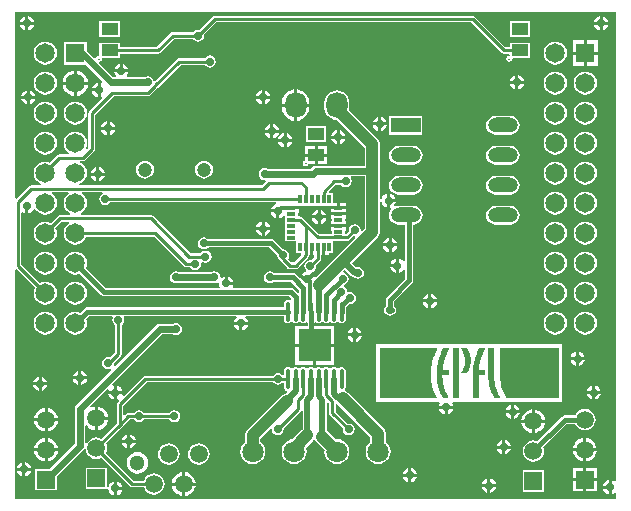
<source format=gtl>
%FSLAX44Y44*%
%MOMM*%
G71*
G01*
G75*
G04 Layer_Physical_Order=1*
G04 Layer_Color=255*
%ADD10R,0.8000X0.3250*%
%ADD11R,0.3250X0.8000*%
%ADD12R,2.8000X2.8000*%
%ADD13O,0.3500X1.7000*%
%ADD14R,1.4000X1.0000*%
%ADD15C,0.3000*%
%ADD16C,0.4000*%
%ADD17C,0.6000*%
%ADD18C,0.2500*%
%ADD19C,0.5000*%
%ADD20C,1.0000*%
%ADD21C,0.2032*%
%ADD22C,1.8000*%
%ADD23O,1.8000X2.2000*%
%ADD24R,2.5400X1.2700*%
%ADD25O,2.5400X1.2700*%
%ADD26C,1.2000*%
%ADD27C,1.5000*%
%ADD28C,1.3000*%
%ADD29R,1.5000X1.5000*%
%ADD30C,1.6500*%
%ADD31R,1.6500X1.6500*%
%ADD32C,0.7000*%
%ADD33C,0.6600*%
G36*
X909518Y905086D02*
X908248Y904408D01*
X906874Y905325D01*
X905788Y905541D01*
Y899636D01*
Y893730D01*
X906874Y893946D01*
X908248Y894864D01*
X909518Y894185D01*
Y889636D01*
X400768D01*
Y1083579D01*
X402038Y1084105D01*
X417784Y1068359D01*
X416909Y1066245D01*
X416574Y1063700D01*
X416909Y1061155D01*
X417891Y1058783D01*
X419454Y1056746D01*
X421491Y1055183D01*
X423863Y1054201D01*
X426408Y1053866D01*
X428953Y1054201D01*
X431325Y1055183D01*
X433362Y1056746D01*
X434925Y1058783D01*
X435907Y1061155D01*
X436242Y1063700D01*
X435907Y1066245D01*
X434925Y1068617D01*
X433362Y1070654D01*
X431325Y1072217D01*
X428953Y1073199D01*
X426408Y1073534D01*
X423863Y1073199D01*
X421750Y1072324D01*
X406072Y1088002D01*
Y1131482D01*
X407342Y1132161D01*
X408411Y1131446D01*
X409498Y1131230D01*
Y1137136D01*
X412038D01*
Y1131230D01*
X413124Y1131446D01*
X415122Y1132781D01*
X416457Y1134779D01*
X416504Y1135014D01*
X417825Y1135144D01*
X417891Y1134983D01*
X419454Y1132946D01*
X421491Y1131383D01*
X423863Y1130401D01*
X426408Y1130066D01*
X428953Y1130401D01*
X431325Y1131383D01*
X433362Y1132946D01*
X434925Y1134983D01*
X435907Y1137355D01*
X436242Y1139900D01*
X435907Y1142445D01*
X434925Y1144817D01*
X433362Y1146854D01*
X431787Y1148062D01*
X432219Y1149332D01*
X445998D01*
X446429Y1148062D01*
X444854Y1146854D01*
X443291Y1144817D01*
X442309Y1142445D01*
X441974Y1139900D01*
X442309Y1137355D01*
X443291Y1134983D01*
X444854Y1132946D01*
X446891Y1131383D01*
X447311Y1131210D01*
X447058Y1129940D01*
X439044D01*
X437971Y1129726D01*
X437061Y1129118D01*
X431067Y1123124D01*
X428953Y1123999D01*
X426408Y1124334D01*
X423863Y1123999D01*
X421491Y1123017D01*
X419454Y1121454D01*
X417891Y1119417D01*
X416909Y1117045D01*
X416574Y1114500D01*
X416909Y1111955D01*
X417891Y1109583D01*
X419454Y1107546D01*
X421491Y1105983D01*
X423863Y1105001D01*
X426408Y1104666D01*
X428953Y1105001D01*
X431325Y1105983D01*
X433362Y1107546D01*
X434925Y1109583D01*
X435907Y1111955D01*
X436242Y1114500D01*
X435907Y1117045D01*
X435032Y1119158D01*
X440205Y1124332D01*
X446748D01*
X447000Y1123062D01*
X446891Y1123017D01*
X444854Y1121454D01*
X443291Y1119417D01*
X442309Y1117045D01*
X441974Y1114500D01*
X442309Y1111955D01*
X443291Y1109583D01*
X444854Y1107546D01*
X446891Y1105983D01*
X449263Y1105001D01*
X451808Y1104666D01*
X454353Y1105001D01*
X456725Y1105983D01*
X458762Y1107546D01*
X460325Y1109583D01*
X461200Y1111696D01*
X518492D01*
X543785Y1086403D01*
X544695Y1085795D01*
X545768Y1085582D01*
X549128D01*
X549663Y1084781D01*
X551317Y1083676D01*
X553268Y1083288D01*
X555219Y1083676D01*
X556872Y1084781D01*
X557978Y1086435D01*
X558366Y1088386D01*
X558102Y1089711D01*
X559245Y1090475D01*
X560067Y1089926D01*
X562018Y1089538D01*
X563969Y1089926D01*
X565622Y1091031D01*
X566728Y1092685D01*
X567116Y1094636D01*
X566728Y1096587D01*
X565622Y1098241D01*
X563969Y1099346D01*
X562018Y1099734D01*
X560067Y1099346D01*
X558413Y1098241D01*
X557878Y1097440D01*
X549429D01*
X517750Y1129118D01*
X516841Y1129726D01*
X515768Y1129940D01*
X456558D01*
X456306Y1131210D01*
X456725Y1131383D01*
X458762Y1132946D01*
X460325Y1134983D01*
X461307Y1137355D01*
X461642Y1139900D01*
X461307Y1142445D01*
X460325Y1144817D01*
X458762Y1146854D01*
X457187Y1148062D01*
X457618Y1149332D01*
X474707D01*
X475035Y1148157D01*
X475016Y1148062D01*
X473413Y1146991D01*
X472308Y1145337D01*
X471920Y1143386D01*
X472308Y1141435D01*
X473413Y1139781D01*
X475067Y1138676D01*
X477018Y1138288D01*
X478969Y1138676D01*
X480623Y1139781D01*
X481158Y1140582D01*
X621975D01*
X622100Y1139312D01*
X620911Y1139075D01*
X618913Y1137740D01*
X617578Y1135742D01*
X617362Y1134656D01*
X623268D01*
Y1133386D01*
X624538D01*
Y1127480D01*
X625625Y1127696D01*
X627622Y1129031D01*
X627748Y1129219D01*
X629018Y1128833D01*
Y1127761D01*
Y1122761D01*
Y1117761D01*
Y1112761D01*
Y1107711D01*
X638893D01*
Y1097386D01*
X642756D01*
X643282Y1096116D01*
X637106Y1089940D01*
X634429D01*
X631659Y1092710D01*
X632478Y1093935D01*
X632866Y1095886D01*
X632478Y1097837D01*
X631372Y1099491D01*
X629719Y1100596D01*
X627768Y1100984D01*
X627725Y1100975D01*
X619791Y1108909D01*
X618633Y1109683D01*
X617268Y1109954D01*
X563578D01*
X562619Y1110595D01*
X560668Y1110984D01*
X558717Y1110595D01*
X557063Y1109490D01*
X555958Y1107837D01*
X555570Y1105886D01*
X555958Y1103935D01*
X557063Y1102281D01*
X558717Y1101176D01*
X560668Y1100788D01*
X562619Y1101176D01*
X564273Y1102281D01*
X564631Y1102817D01*
X615790D01*
X622678Y1095928D01*
X622670Y1095886D01*
X623058Y1093935D01*
X624163Y1092281D01*
X625168Y1091609D01*
X625177Y1091563D01*
X625785Y1090653D01*
X631285Y1085153D01*
X632195Y1084545D01*
X633268Y1084332D01*
X638268D01*
X639341Y1084545D01*
X640250Y1085153D01*
X649000Y1093903D01*
X649608Y1094813D01*
X649822Y1095886D01*
Y1096346D01*
X650748D01*
Y1102886D01*
X653288D01*
Y1096346D01*
X654214D01*
Y1094047D01*
X651712Y1091546D01*
X650768Y1091734D01*
X648817Y1091346D01*
X647163Y1090240D01*
X646058Y1088587D01*
X645670Y1086636D01*
X646058Y1084685D01*
X647163Y1083031D01*
X646793Y1081751D01*
X645911Y1081575D01*
X643913Y1080240D01*
X642578Y1078242D01*
X642400Y1077346D01*
X641022Y1076928D01*
X638291Y1079659D01*
X637133Y1080433D01*
X635768Y1080704D01*
X620147D01*
X620122Y1080741D01*
X618469Y1081846D01*
X616518Y1082234D01*
X614567Y1081846D01*
X612913Y1080741D01*
X611808Y1079087D01*
X611420Y1077136D01*
X611808Y1075185D01*
X612913Y1073531D01*
X614567Y1072426D01*
X616518Y1072038D01*
X618469Y1072426D01*
X620122Y1073531D01*
X620147Y1073567D01*
X634290D01*
X641199Y1066658D01*
Y1064797D01*
X639929Y1064271D01*
X637041Y1067159D01*
X635883Y1067933D01*
X634518Y1068204D01*
X585502D01*
X584903Y1069324D01*
X585207Y1069779D01*
X585424Y1070866D01*
X579518D01*
Y1072136D01*
X578248D01*
Y1078041D01*
X577161Y1077825D01*
X575849Y1076949D01*
X575593Y1076988D01*
X574525Y1077591D01*
X574228Y1079087D01*
X573123Y1080741D01*
X571469Y1081846D01*
X569518Y1082234D01*
X567567Y1081846D01*
X567385Y1081724D01*
X539151D01*
X538969Y1081846D01*
X537018Y1082234D01*
X535067Y1081846D01*
X533413Y1080741D01*
X532308Y1079087D01*
X531920Y1077136D01*
X532308Y1075185D01*
X533413Y1073531D01*
X535067Y1072426D01*
X537018Y1072038D01*
X538969Y1072426D01*
X539151Y1072548D01*
X567385D01*
X567567Y1072426D01*
X569518Y1072038D01*
X571469Y1072426D01*
X572222Y1072930D01*
X573365Y1072166D01*
X573359Y1072136D01*
X573828Y1069779D01*
X574132Y1069324D01*
X573533Y1068204D01*
X477750D01*
X460748Y1085206D01*
X461307Y1086555D01*
X461642Y1089100D01*
X461307Y1091645D01*
X460325Y1094017D01*
X458762Y1096054D01*
X456725Y1097617D01*
X454353Y1098599D01*
X451808Y1098934D01*
X449263Y1098599D01*
X446891Y1097617D01*
X444854Y1096054D01*
X443291Y1094017D01*
X442309Y1091645D01*
X441974Y1089100D01*
X442309Y1086555D01*
X443291Y1084183D01*
X444854Y1082146D01*
X446891Y1080583D01*
X449263Y1079601D01*
X451808Y1079266D01*
X454353Y1079601D01*
X455702Y1080160D01*
X473749Y1062112D01*
X474907Y1061339D01*
X476272Y1061067D01*
X633040D01*
X634577Y1059530D01*
X634463Y1058250D01*
X633398Y1057705D01*
X633036Y1057947D01*
X631768Y1058199D01*
X630500Y1057947D01*
X629425Y1057229D01*
X628706Y1056154D01*
X628454Y1054886D01*
Y1051704D01*
X461644D01*
X460278Y1051433D01*
X459120Y1050659D01*
X455702Y1047241D01*
X454353Y1047799D01*
X451808Y1048134D01*
X449263Y1047799D01*
X446891Y1046817D01*
X444854Y1045254D01*
X443291Y1043217D01*
X442309Y1040845D01*
X441974Y1038300D01*
X442309Y1035755D01*
X443291Y1033383D01*
X444854Y1031346D01*
X446891Y1029783D01*
X449263Y1028801D01*
X451808Y1028466D01*
X454353Y1028801D01*
X456725Y1029783D01*
X458762Y1031346D01*
X460325Y1033383D01*
X461307Y1035755D01*
X461642Y1038300D01*
X461307Y1040845D01*
X460748Y1042194D01*
X463122Y1044567D01*
X483187D01*
X483866Y1043297D01*
X483558Y1042837D01*
X483170Y1040886D01*
X483558Y1038935D01*
X484663Y1037281D01*
X485464Y1036746D01*
Y1013797D01*
X481088Y1009421D01*
X479518Y1009734D01*
X477567Y1009346D01*
X475913Y1008241D01*
X474808Y1006587D01*
X474420Y1004636D01*
X474808Y1002685D01*
X475913Y1001031D01*
X477567Y999926D01*
X479518Y999538D01*
X481469Y999926D01*
X481633Y1000036D01*
X482443Y999049D01*
X452523Y969130D01*
X451529Y967642D01*
X451180Y965886D01*
Y936536D01*
X429529Y914886D01*
X418018D01*
Y896886D01*
X436018D01*
Y908397D01*
X459012Y931391D01*
X459261Y931764D01*
X460582Y931456D01*
X460749Y930186D01*
X461656Y927997D01*
X463099Y926117D01*
X464979Y924674D01*
X467168Y923767D01*
X469518Y923458D01*
X471867Y923767D01*
X473602Y924486D01*
X497935Y900153D01*
X498845Y899545D01*
X499918Y899332D01*
X509688D01*
X510406Y897597D01*
X511849Y895717D01*
X513729Y894274D01*
X515918Y893367D01*
X518268Y893058D01*
X520617Y893367D01*
X522807Y894274D01*
X524687Y895717D01*
X526129Y897597D01*
X527036Y899786D01*
X527345Y902136D01*
X527036Y904485D01*
X526129Y906674D01*
X524687Y908555D01*
X522807Y909997D01*
X520617Y910904D01*
X518268Y911213D01*
X515918Y910904D01*
X513729Y909997D01*
X511849Y908555D01*
X510406Y906674D01*
X509688Y904940D01*
X501079D01*
X477567Y928451D01*
X478286Y930186D01*
X478595Y932536D01*
X478286Y934885D01*
X477567Y936620D01*
X491500Y950553D01*
X497779Y956832D01*
X501528D01*
X502063Y956031D01*
X503717Y954926D01*
X505668Y954538D01*
X507619Y954926D01*
X509272Y956031D01*
X509808Y956832D01*
X531428D01*
X531963Y956031D01*
X533617Y954926D01*
X535568Y954538D01*
X537519Y954926D01*
X539173Y956031D01*
X540278Y957685D01*
X540666Y959636D01*
X540278Y961587D01*
X539173Y963241D01*
X537519Y964346D01*
X535568Y964734D01*
X533617Y964346D01*
X531963Y963241D01*
X531428Y962440D01*
X509808D01*
X509272Y963241D01*
X507619Y964346D01*
X505668Y964734D01*
X503717Y964346D01*
X502063Y963241D01*
X501528Y962440D01*
X496618D01*
X495545Y962226D01*
X494635Y961618D01*
X493495Y960478D01*
X492322Y960964D01*
Y968474D01*
X512179Y988332D01*
X619128D01*
X619663Y987531D01*
X621317Y986426D01*
X623268Y986038D01*
X625219Y986426D01*
X626873Y987531D01*
X627184Y987997D01*
X628454Y987612D01*
Y984386D01*
X628706Y983118D01*
X629425Y982043D01*
X630500Y981324D01*
X631036Y981218D01*
X631454Y979840D01*
X630236Y978622D01*
X629071Y978468D01*
X627490Y977813D01*
X626132Y976772D01*
X597382Y948022D01*
X596340Y946664D01*
X596012Y945873D01*
X595685Y945083D01*
X595462Y943386D01*
Y937840D01*
X594529Y937124D01*
X592846Y934931D01*
X591788Y932377D01*
X591427Y929636D01*
X591788Y926895D01*
X592846Y924341D01*
X594529Y922147D01*
X596722Y920464D01*
X599277Y919406D01*
X602018Y919045D01*
X604759Y919406D01*
X607313Y920464D01*
X609506Y922147D01*
X611189Y924341D01*
X612248Y926895D01*
X612608Y929636D01*
X612248Y932377D01*
X611189Y934931D01*
X609506Y937124D01*
X608574Y937840D01*
Y940670D01*
X617020Y949117D01*
X618191Y948491D01*
X618170Y948386D01*
X618558Y946435D01*
X619663Y944781D01*
X621317Y943676D01*
X623268Y943288D01*
X625219Y943676D01*
X626873Y944781D01*
X627978Y946435D01*
X628366Y948386D01*
X628178Y949331D01*
X642750Y963903D01*
X642919Y964156D01*
X644189Y963771D01*
Y948449D01*
X643632Y948022D01*
X635658Y940047D01*
X634277Y939865D01*
X631722Y938808D01*
X629529Y937124D01*
X627846Y934931D01*
X626788Y932377D01*
X626427Y929636D01*
X626788Y926895D01*
X627846Y924341D01*
X629529Y922147D01*
X631722Y920464D01*
X634277Y919406D01*
X637018Y919045D01*
X639759Y919406D01*
X642313Y920464D01*
X644506Y922147D01*
X646189Y924341D01*
X647247Y926895D01*
X647608Y929636D01*
X647247Y932377D01*
X647038Y932884D01*
X652904Y938750D01*
X653460Y939475D01*
X654914Y939283D01*
X655090Y938858D01*
X656132Y937500D01*
X662831Y930801D01*
X662677Y929636D01*
X663038Y926895D01*
X664096Y924341D01*
X665779Y922147D01*
X667972Y920464D01*
X670527Y919406D01*
X673268Y919045D01*
X676009Y919406D01*
X678563Y920464D01*
X680756Y922147D01*
X682439Y924341D01*
X683497Y926895D01*
X683858Y929636D01*
X683497Y932377D01*
X682439Y934931D01*
X680756Y937124D01*
X678563Y938808D01*
X676009Y939865D01*
X673268Y940226D01*
X672102Y940073D01*
X665404Y946772D01*
X664846Y947199D01*
Y970523D01*
X666116Y971099D01*
X666714Y970629D01*
Y962136D01*
X666927Y961063D01*
X667535Y960153D01*
X678358Y949331D01*
X678170Y948386D01*
X678558Y946435D01*
X679663Y944781D01*
X681317Y943676D01*
X683268Y943288D01*
X685219Y943676D01*
X686872Y944781D01*
X687978Y946435D01*
X688366Y948386D01*
X687978Y950337D01*
X686872Y951991D01*
X685219Y953096D01*
X683268Y953484D01*
X682323Y953296D01*
X672322Y963297D01*
Y969621D01*
X673592Y970052D01*
X673632Y970000D01*
X701712Y941920D01*
Y937840D01*
X700779Y937124D01*
X699096Y934931D01*
X698038Y932377D01*
X697677Y929636D01*
X698038Y926895D01*
X699096Y924341D01*
X700779Y922147D01*
X702972Y920464D01*
X705527Y919406D01*
X708268Y919045D01*
X711009Y919406D01*
X713563Y920464D01*
X715756Y922147D01*
X717439Y924341D01*
X718497Y926895D01*
X718858Y929636D01*
X718497Y932377D01*
X717439Y934931D01*
X715756Y937124D01*
X714824Y937840D01*
Y944636D01*
X714600Y946333D01*
X714187Y947330D01*
X713945Y947914D01*
X712904Y949272D01*
X682904Y979272D01*
X681546Y980313D01*
X680165Y980885D01*
X679893Y981452D01*
X679889Y981466D01*
X679766Y982275D01*
X680329Y983118D01*
X680581Y984386D01*
Y997886D01*
X680329Y999154D01*
X679611Y1000229D01*
X678536Y1000947D01*
X677268Y1001199D01*
X676000Y1000947D01*
X674925Y1000229D01*
X674781Y1000015D01*
X673254D01*
X673111Y1000229D01*
X672036Y1000947D01*
X670768Y1001199D01*
X669500Y1000947D01*
X668425Y1000229D01*
X668281Y1000015D01*
X666754D01*
X666611Y1000229D01*
X665536Y1000947D01*
X664268Y1001199D01*
X663000Y1000947D01*
X661925Y1000229D01*
X661781Y1000014D01*
X660254D01*
X660111Y1000229D01*
X659036Y1000947D01*
X657768Y1001199D01*
X656500Y1000947D01*
X655425Y1000229D01*
X655282Y1000015D01*
X653754D01*
X653611Y1000229D01*
X652536Y1000947D01*
X651268Y1001199D01*
X650000Y1000947D01*
X648925Y1000229D01*
X648782Y1000014D01*
X647254D01*
X647111Y1000229D01*
X646036Y1000947D01*
X644768Y1001199D01*
X643500Y1000947D01*
X642425Y1000229D01*
X642281Y1000015D01*
X640754D01*
X640611Y1000229D01*
X639536Y1000947D01*
X638268Y1001199D01*
X637000Y1000947D01*
X635925Y1000229D01*
X635782Y1000014D01*
X634254D01*
X634111Y1000229D01*
X633036Y1000947D01*
X631768Y1001199D01*
X630500Y1000947D01*
X629425Y1000229D01*
X628706Y999154D01*
X628454Y997886D01*
Y994660D01*
X627184Y994274D01*
X626873Y994741D01*
X625219Y995846D01*
X623268Y996234D01*
X621317Y995846D01*
X619663Y994741D01*
X619128Y993940D01*
X511018D01*
X509945Y993726D01*
X509035Y993118D01*
X492689Y976772D01*
X491526Y977272D01*
X491472Y977351D01*
X491674Y978366D01*
X487038D01*
Y973730D01*
X488053Y973932D01*
X488131Y973877D01*
X488631Y972714D01*
X487535Y971618D01*
X486927Y970709D01*
X486714Y969636D01*
Y953697D01*
X473602Y940585D01*
X471867Y941304D01*
X469518Y941613D01*
X467168Y941304D01*
X464979Y940397D01*
X463099Y938955D01*
X461656Y937075D01*
X461626Y937001D01*
X460356Y937254D01*
Y951297D01*
X461626Y951728D01*
X462357Y950775D01*
X464454Y949166D01*
X466897Y948154D01*
X468248Y947976D01*
Y957936D01*
Y967895D01*
X466897Y967717D01*
X465168Y967001D01*
X464448Y968078D01*
X478638Y982267D01*
X480001Y981965D01*
X480058Y981891D01*
X479862Y980906D01*
X484498D01*
Y985541D01*
X483512Y985345D01*
X483438Y985402D01*
X483136Y986766D01*
X525168Y1028798D01*
X534885D01*
X535067Y1028676D01*
X537018Y1028288D01*
X538969Y1028676D01*
X540622Y1029781D01*
X541728Y1031435D01*
X542116Y1033386D01*
X541728Y1035337D01*
X540622Y1036991D01*
X538969Y1038096D01*
X537018Y1038484D01*
X535067Y1038096D01*
X534885Y1037974D01*
X523268D01*
X521512Y1037625D01*
X520023Y1036630D01*
X485104Y1001711D01*
X484118Y1002521D01*
X484228Y1002685D01*
X484616Y1004636D01*
X484552Y1004955D01*
X490250Y1010653D01*
X490858Y1011563D01*
X491072Y1012636D01*
Y1036746D01*
X491872Y1037281D01*
X492978Y1038935D01*
X493366Y1040886D01*
X492978Y1042837D01*
X492670Y1043297D01*
X493349Y1044567D01*
X588111D01*
X588497Y1043297D01*
X587663Y1042740D01*
X586328Y1040742D01*
X586112Y1039656D01*
X597924D01*
X597707Y1040742D01*
X596372Y1042740D01*
X595539Y1043297D01*
X595924Y1044567D01*
X628454D01*
Y1041386D01*
X628706Y1040118D01*
X629425Y1039043D01*
X630500Y1038324D01*
X631768Y1038072D01*
X633036Y1038324D01*
X634111Y1039043D01*
X634254Y1039257D01*
X635782D01*
X635925Y1039043D01*
X637000Y1038324D01*
X638268Y1038072D01*
X639536Y1038324D01*
X640611Y1039043D01*
X640754Y1039257D01*
X642281D01*
X642425Y1039043D01*
X643500Y1038324D01*
X644768Y1038072D01*
X646036Y1038324D01*
X647111Y1039043D01*
X647674D01*
X648175Y1038293D01*
X648429Y1038123D01*
X648679Y1036428D01*
X648472Y1036176D01*
X637978D01*
Y1020906D01*
X671058D01*
Y1036176D01*
X654064D01*
X653856Y1036428D01*
X654107Y1038123D01*
X654361Y1038293D01*
X654862Y1039043D01*
X655425D01*
X656500Y1038324D01*
X657768Y1038072D01*
X659036Y1038324D01*
X660111Y1039043D01*
X660254Y1039257D01*
X661781D01*
X661925Y1039043D01*
X663000Y1038324D01*
X664268Y1038072D01*
X665536Y1038324D01*
X666611Y1039043D01*
X666754Y1039257D01*
X668281D01*
X668425Y1039043D01*
X669500Y1038324D01*
X670768Y1038072D01*
X672036Y1038324D01*
X673111Y1039043D01*
X673254Y1039257D01*
X674781D01*
X674925Y1039043D01*
X676000Y1038324D01*
X677268Y1038072D01*
X678536Y1038324D01*
X679611Y1039043D01*
X680329Y1040118D01*
X680581Y1041386D01*
Y1046854D01*
X680836Y1048136D01*
Y1052408D01*
X683224Y1054795D01*
X684518Y1054538D01*
X686469Y1054926D01*
X688123Y1056031D01*
X689228Y1057685D01*
X689616Y1059636D01*
X689228Y1061587D01*
X688123Y1063241D01*
X686469Y1064346D01*
X684518Y1064734D01*
X683339Y1064499D01*
X682422Y1064602D01*
X681960Y1065421D01*
X681728Y1066587D01*
X680622Y1068241D01*
X678969Y1069346D01*
X679082Y1070618D01*
X679317Y1070996D01*
X680219Y1071176D01*
X681872Y1072281D01*
X682978Y1073935D01*
X683366Y1075886D01*
X682978Y1077837D01*
X681872Y1079491D01*
X680219Y1080596D01*
X679240Y1080790D01*
X678822Y1082168D01*
X680020Y1083366D01*
X685384Y1078002D01*
X685384Y1078002D01*
X686707Y1077118D01*
X688268Y1076807D01*
X688372D01*
X689317Y1076176D01*
X691268Y1075788D01*
X693219Y1076176D01*
X694873Y1077281D01*
X695978Y1078935D01*
X696366Y1080886D01*
X695978Y1082837D01*
X694873Y1084491D01*
X693219Y1085596D01*
X691268Y1085984D01*
X689324Y1085597D01*
X685787Y1089134D01*
X707904Y1111250D01*
X708945Y1112608D01*
X709329Y1113534D01*
X709600Y1114189D01*
X709824Y1115886D01*
Y1140832D01*
X711094Y1140957D01*
X711328Y1139779D01*
X712663Y1137781D01*
X714661Y1136446D01*
X715748Y1136230D01*
Y1142136D01*
Y1148041D01*
X714661Y1147825D01*
X712663Y1146490D01*
X711328Y1144492D01*
X711094Y1143314D01*
X709824Y1143439D01*
Y1167136D01*
Y1189636D01*
X709600Y1191333D01*
X709273Y1192123D01*
X708945Y1192914D01*
X707904Y1194272D01*
X683559Y1218616D01*
X683858Y1220886D01*
Y1224886D01*
X683497Y1227627D01*
X682439Y1230181D01*
X680756Y1232374D01*
X678563Y1234057D01*
X676009Y1235116D01*
X673268Y1235476D01*
X670527Y1235116D01*
X667972Y1234057D01*
X665779Y1232374D01*
X664096Y1230181D01*
X663038Y1227627D01*
X662677Y1224886D01*
Y1220886D01*
X663038Y1218145D01*
X664096Y1215590D01*
X665779Y1213397D01*
X667972Y1211714D01*
X670527Y1210656D01*
X673268Y1210295D01*
X673329Y1210303D01*
X696712Y1186920D01*
Y1171724D01*
X655768D01*
X654012Y1171375D01*
X652523Y1170380D01*
X651367Y1169224D01*
X614151D01*
X613969Y1169346D01*
X612018Y1169734D01*
X610067Y1169346D01*
X608413Y1168241D01*
X607308Y1166587D01*
X606920Y1164636D01*
X607308Y1162685D01*
X608413Y1161031D01*
X610067Y1159926D01*
X612018Y1159538D01*
X612505Y1159635D01*
X613131Y1158464D01*
X609606Y1154940D01*
X455592D01*
X455340Y1156210D01*
X456725Y1156783D01*
X458762Y1158346D01*
X460325Y1160383D01*
X461307Y1162755D01*
X461642Y1165300D01*
X461307Y1167845D01*
X460325Y1170217D01*
X458762Y1172254D01*
X456725Y1173817D01*
X455529Y1174312D01*
X455782Y1175582D01*
X458357D01*
X459430Y1175795D01*
X460339Y1176403D01*
X467750Y1183814D01*
X468358Y1184724D01*
X468572Y1185797D01*
Y1214724D01*
X484429Y1230582D01*
X513357D01*
X514430Y1230795D01*
X515339Y1231403D01*
X521500Y1237564D01*
X521679Y1237832D01*
X540929Y1257082D01*
X561628D01*
X562163Y1256281D01*
X563817Y1255176D01*
X565768Y1254788D01*
X567719Y1255176D01*
X569372Y1256281D01*
X570478Y1257935D01*
X570866Y1259886D01*
X570478Y1261837D01*
X569372Y1263491D01*
X567719Y1264596D01*
X565768Y1264984D01*
X563817Y1264596D01*
X562163Y1263491D01*
X561628Y1262690D01*
X539768D01*
X538695Y1262476D01*
X537785Y1261868D01*
X519266Y1243350D01*
X518051Y1243718D01*
X517978Y1244087D01*
X516873Y1245741D01*
X515219Y1246846D01*
X513268Y1247234D01*
X511317Y1246846D01*
X511135Y1246724D01*
X495652D01*
X495265Y1247994D01*
X496457Y1249779D01*
X496674Y1250866D01*
X484862D01*
X485078Y1249779D01*
X486271Y1247994D01*
X485883Y1246724D01*
X483918D01*
X472059Y1258583D01*
X472477Y1259961D01*
X472749Y1260016D01*
X473582Y1260572D01*
X474138Y1261404D01*
X474333Y1262386D01*
X474743Y1262886D01*
X489268D01*
Y1266582D01*
X521768D01*
X522841Y1266795D01*
X523750Y1267403D01*
X535429Y1279082D01*
X551628D01*
X552163Y1278281D01*
X553817Y1277176D01*
X555768Y1276788D01*
X557719Y1277176D01*
X559372Y1278281D01*
X560478Y1279935D01*
X560866Y1281886D01*
X560678Y1282831D01*
X570929Y1293082D01*
X787106D01*
X812785Y1267403D01*
X813695Y1266795D01*
X814768Y1266582D01*
X818836D01*
X819719Y1265669D01*
X819707Y1265312D01*
X819268Y1264951D01*
X818286Y1264756D01*
X817454Y1264200D01*
X816898Y1263367D01*
X816702Y1262386D01*
Y1262386D01*
X816898Y1261404D01*
X817454Y1260572D01*
X818286Y1260016D01*
X819268Y1259820D01*
X820249Y1260016D01*
X821082Y1260572D01*
X821638Y1261404D01*
X821833Y1262386D01*
X822243Y1262886D01*
X836768D01*
Y1275886D01*
X819768D01*
Y1272190D01*
X815929D01*
X790250Y1297868D01*
X789341Y1298476D01*
X788268Y1298690D01*
X569768D01*
X568695Y1298476D01*
X567785Y1297868D01*
X556712Y1286796D01*
X555768Y1286984D01*
X553817Y1286596D01*
X552163Y1285491D01*
X551628Y1284690D01*
X534268D01*
X533195Y1284476D01*
X532285Y1283868D01*
X520606Y1272190D01*
X489268D01*
Y1275886D01*
X472268D01*
Y1265361D01*
X471768Y1264951D01*
X470786Y1264756D01*
X469954Y1264200D01*
X469398Y1263367D01*
X469343Y1263095D01*
X467965Y1262677D01*
X461558Y1269084D01*
Y1276650D01*
X442058D01*
Y1257150D01*
X460515D01*
X474649Y1243016D01*
X474348Y1241652D01*
X474273Y1241595D01*
X473288Y1241791D01*
Y1235886D01*
Y1229980D01*
X474303Y1230182D01*
X474381Y1230127D01*
X474881Y1228964D01*
X463785Y1217868D01*
X463177Y1216959D01*
X462964Y1215886D01*
Y1186958D01*
X461636Y1185630D01*
X460559Y1186350D01*
X461307Y1188155D01*
X461642Y1190700D01*
X461307Y1193245D01*
X460325Y1195617D01*
X458762Y1197654D01*
X456725Y1199217D01*
X454353Y1200199D01*
X451808Y1200534D01*
X449263Y1200199D01*
X446891Y1199217D01*
X444854Y1197654D01*
X443291Y1195617D01*
X442309Y1193245D01*
X441974Y1190700D01*
X442309Y1188155D01*
X443291Y1185783D01*
X444854Y1183746D01*
X446531Y1182460D01*
X446100Y1181190D01*
X438268D01*
X437195Y1180976D01*
X436285Y1180368D01*
X430200Y1174283D01*
X428953Y1174799D01*
X426408Y1175134D01*
X423863Y1174799D01*
X421491Y1173817D01*
X419454Y1172254D01*
X417891Y1170217D01*
X416909Y1167845D01*
X416574Y1165300D01*
X416909Y1162755D01*
X417891Y1160383D01*
X419454Y1158346D01*
X421491Y1156783D01*
X422876Y1156210D01*
X422624Y1154940D01*
X414518D01*
X413445Y1154726D01*
X412535Y1154118D01*
X402038Y1143621D01*
X400768Y1144147D01*
Y1302136D01*
X909518D01*
Y905086D01*
D02*
G37*
G36*
X696712Y1118601D02*
X694515Y1116405D01*
X693345Y1117030D01*
X693366Y1117136D01*
X692978Y1119087D01*
X691873Y1120741D01*
X690219Y1121846D01*
X688268Y1122234D01*
X686317Y1121846D01*
X684663Y1120741D01*
X683558Y1119087D01*
X683170Y1117136D01*
X683358Y1116191D01*
X681288Y1114121D01*
X680018Y1114647D01*
Y1116721D01*
X681058D01*
Y1119616D01*
X667978D01*
Y1116721D01*
X669018D01*
Y1114011D01*
Y1113690D01*
X658179D01*
X649000Y1122868D01*
X644000Y1127868D01*
X643091Y1128476D01*
X642018Y1128690D01*
X640018D01*
Y1131721D01*
X641058D01*
Y1134616D01*
X634518D01*
Y1137156D01*
X641058D01*
Y1137886D01*
X667978D01*
Y1137156D01*
X673248D01*
Y1140051D01*
X670143D01*
Y1148886D01*
X666892D01*
X666406Y1150059D01*
X671929Y1155582D01*
X676628D01*
X677163Y1154781D01*
X678817Y1153676D01*
X680768Y1153288D01*
X682719Y1153676D01*
X684372Y1154781D01*
X685478Y1156435D01*
X685866Y1158386D01*
X685478Y1160337D01*
X684849Y1161278D01*
X685528Y1162548D01*
X696712D01*
Y1118601D01*
D02*
G37*
G36*
X688397Y1111909D02*
X688914Y1110804D01*
X673632Y1095522D01*
X673632Y1095522D01*
X655307Y1077197D01*
X654092Y1077566D01*
X653957Y1078242D01*
X652622Y1080240D01*
X652194Y1080527D01*
X652462Y1081875D01*
X652719Y1081926D01*
X654373Y1083031D01*
X655478Y1084685D01*
X655866Y1086636D01*
X655678Y1087580D01*
X659000Y1090903D01*
X659608Y1091813D01*
X659822Y1092886D01*
Y1096346D01*
X660748D01*
Y1102886D01*
X663288D01*
Y1096346D01*
X666183D01*
Y1097386D01*
X670143D01*
Y1107761D01*
X680018D01*
Y1108082D01*
X682018D01*
X683091Y1108295D01*
X684000Y1108903D01*
X687190Y1112093D01*
X688397Y1111909D01*
D02*
G37*
%LPC*%
G36*
X454498Y990866D02*
X449862D01*
X450078Y989779D01*
X451413Y987781D01*
X453411Y986446D01*
X454498Y986230D01*
Y990866D01*
D02*
G37*
G36*
X461673D02*
X457038D01*
Y986230D01*
X458124Y986446D01*
X460122Y987781D01*
X461457Y989779D01*
X461673Y990866D01*
D02*
G37*
G36*
X420748Y993041D02*
X419661Y992825D01*
X417663Y991490D01*
X416328Y989492D01*
X416112Y988406D01*
X420748D01*
Y993041D01*
D02*
G37*
G36*
X892038Y985541D02*
Y980906D01*
X896674D01*
X896457Y981992D01*
X895122Y983990D01*
X893124Y985325D01*
X892038Y985541D01*
D02*
G37*
G36*
X420748Y985866D02*
X416112D01*
X416328Y984779D01*
X417663Y982781D01*
X419661Y981446D01*
X420748Y981230D01*
Y985866D01*
D02*
G37*
G36*
X427924D02*
X423288D01*
Y981230D01*
X424374Y981446D01*
X426372Y982781D01*
X427707Y984779D01*
X427924Y985866D01*
D02*
G37*
G36*
X423288Y993041D02*
Y988406D01*
X427924D01*
X427707Y989492D01*
X426372Y991490D01*
X424374Y992825D01*
X423288Y993041D01*
D02*
G37*
G36*
X882924Y1007116D02*
X878288D01*
Y1002480D01*
X879374Y1002696D01*
X881372Y1004031D01*
X882707Y1006029D01*
X882924Y1007116D01*
D02*
G37*
G36*
X653248Y1018366D02*
X637978D01*
Y1003096D01*
X653248D01*
Y1018366D01*
D02*
G37*
G36*
X671058D02*
X655788D01*
Y1003096D01*
X671058D01*
Y1018366D01*
D02*
G37*
G36*
X454498Y998041D02*
X453411Y997825D01*
X451413Y996490D01*
X450078Y994492D01*
X449862Y993406D01*
X454498D01*
Y998041D01*
D02*
G37*
G36*
X457038D02*
Y993406D01*
X461673D01*
X461457Y994492D01*
X460122Y996490D01*
X458124Y997825D01*
X457038Y998041D01*
D02*
G37*
G36*
X875748Y1007116D02*
X871112D01*
X871328Y1006029D01*
X872663Y1004031D01*
X874661Y1002696D01*
X875748Y1002480D01*
Y1007116D01*
D02*
G37*
G36*
X889498Y985541D02*
X888411Y985325D01*
X886413Y983990D01*
X885078Y981992D01*
X884862Y980906D01*
X889498D01*
Y985541D01*
D02*
G37*
G36*
X470788Y967895D02*
Y959206D01*
X479477D01*
X479299Y960557D01*
X478288Y962999D01*
X476678Y965096D01*
X474581Y966706D01*
X472139Y967717D01*
X470788Y967895D01*
D02*
G37*
G36*
X764498Y965866D02*
X759862D01*
X760078Y964779D01*
X761413Y962781D01*
X763411Y961446D01*
X764498Y961230D01*
Y965866D01*
D02*
G37*
G36*
X771674D02*
X767038D01*
Y961230D01*
X768124Y961446D01*
X770122Y962781D01*
X771457Y964779D01*
X771674Y965866D01*
D02*
G37*
G36*
X827924Y962116D02*
X823288D01*
Y957480D01*
X824374Y957696D01*
X826372Y959031D01*
X827707Y961029D01*
X827924Y962116D01*
D02*
G37*
G36*
X425748Y966645D02*
X424397Y966467D01*
X421955Y965456D01*
X419857Y963847D01*
X418248Y961749D01*
X417236Y959307D01*
X417058Y957956D01*
X425748D01*
Y966645D01*
D02*
G37*
G36*
X428288D02*
Y957956D01*
X436977D01*
X436800Y959307D01*
X435788Y961749D01*
X434179Y963847D01*
X432081Y965456D01*
X429639Y966467D01*
X428288Y966645D01*
D02*
G37*
G36*
X820748Y969291D02*
X819661Y969075D01*
X817663Y967740D01*
X816328Y965742D01*
X816112Y964656D01*
X820748D01*
Y969291D01*
D02*
G37*
G36*
X889498Y978366D02*
X884862D01*
X885078Y977279D01*
X886413Y975281D01*
X888411Y973946D01*
X889498Y973730D01*
Y978366D01*
D02*
G37*
G36*
X896674D02*
X892038D01*
Y973730D01*
X893124Y973946D01*
X895122Y975281D01*
X896457Y977279D01*
X896674Y978366D01*
D02*
G37*
G36*
X487038Y985541D02*
Y980906D01*
X491674D01*
X491457Y981992D01*
X490122Y983990D01*
X488124Y985325D01*
X487038Y985541D01*
D02*
G37*
G36*
X823288Y969291D02*
Y964656D01*
X827924D01*
X827707Y965742D01*
X826372Y967740D01*
X824374Y969075D01*
X823288Y969291D01*
D02*
G37*
G36*
X863750Y1020339D02*
X706700D01*
Y971816D01*
X760103D01*
X760782Y970546D01*
X760078Y969492D01*
X759862Y968406D01*
X771674D01*
X771457Y969492D01*
X770753Y970546D01*
X771432Y971816D01*
X863750D01*
Y1020339D01*
D02*
G37*
G36*
X484498Y978366D02*
X479862D01*
X480078Y977279D01*
X481413Y975281D01*
X483411Y973946D01*
X484498Y973730D01*
Y978366D01*
D02*
G37*
G36*
X753288Y1063041D02*
Y1058406D01*
X757924D01*
X757707Y1059492D01*
X756372Y1061490D01*
X754374Y1062825D01*
X753288Y1063041D01*
D02*
G37*
G36*
X580788Y1078041D02*
Y1073406D01*
X585424D01*
X585207Y1074492D01*
X583872Y1076490D01*
X581875Y1077825D01*
X580788Y1078041D01*
D02*
G37*
G36*
X426408Y1098934D02*
X423863Y1098599D01*
X421491Y1097617D01*
X419454Y1096054D01*
X417891Y1094017D01*
X416909Y1091645D01*
X416574Y1089100D01*
X416909Y1086555D01*
X417891Y1084183D01*
X419454Y1082146D01*
X421491Y1080583D01*
X423863Y1079601D01*
X426408Y1079266D01*
X428953Y1079601D01*
X431325Y1080583D01*
X433362Y1082146D01*
X434925Y1084183D01*
X435907Y1086555D01*
X436242Y1089100D01*
X435907Y1091645D01*
X434925Y1094017D01*
X433362Y1096054D01*
X431325Y1097617D01*
X428953Y1098599D01*
X426408Y1098934D01*
D02*
G37*
G36*
X858208Y1073534D02*
X855663Y1073199D01*
X853291Y1072217D01*
X851254Y1070654D01*
X849691Y1068617D01*
X848709Y1066245D01*
X848374Y1063700D01*
X848709Y1061155D01*
X849691Y1058783D01*
X851254Y1056746D01*
X853291Y1055183D01*
X855663Y1054201D01*
X858208Y1053866D01*
X860753Y1054201D01*
X863125Y1055183D01*
X865162Y1056746D01*
X866725Y1058783D01*
X867707Y1061155D01*
X868042Y1063700D01*
X867707Y1066245D01*
X866725Y1068617D01*
X865162Y1070654D01*
X863125Y1072217D01*
X860753Y1073199D01*
X858208Y1073534D01*
D02*
G37*
G36*
X883608D02*
X881063Y1073199D01*
X878691Y1072217D01*
X876654Y1070654D01*
X875091Y1068617D01*
X874109Y1066245D01*
X873774Y1063700D01*
X874109Y1061155D01*
X875091Y1058783D01*
X876654Y1056746D01*
X878691Y1055183D01*
X881063Y1054201D01*
X883608Y1053866D01*
X886153Y1054201D01*
X888525Y1055183D01*
X890562Y1056746D01*
X892125Y1058783D01*
X893107Y1061155D01*
X893442Y1063700D01*
X893107Y1066245D01*
X892125Y1068617D01*
X890562Y1070654D01*
X888525Y1072217D01*
X886153Y1073199D01*
X883608Y1073534D01*
D02*
G37*
G36*
X750748Y1063041D02*
X749661Y1062825D01*
X747663Y1061490D01*
X746328Y1059492D01*
X746112Y1058406D01*
X750748D01*
Y1063041D01*
D02*
G37*
G36*
X858208Y1098934D02*
X855663Y1098599D01*
X853291Y1097617D01*
X851254Y1096054D01*
X849691Y1094017D01*
X848709Y1091645D01*
X848374Y1089100D01*
X848709Y1086555D01*
X849691Y1084183D01*
X851254Y1082146D01*
X853291Y1080583D01*
X855663Y1079601D01*
X858208Y1079266D01*
X860753Y1079601D01*
X863125Y1080583D01*
X865162Y1082146D01*
X866725Y1084183D01*
X867707Y1086555D01*
X868042Y1089100D01*
X867707Y1091645D01*
X866725Y1094017D01*
X865162Y1096054D01*
X863125Y1097617D01*
X860753Y1098599D01*
X858208Y1098934D01*
D02*
G37*
G36*
X722923Y1140866D02*
X718288D01*
Y1136230D01*
X718865Y1136345D01*
X719380Y1135570D01*
X719484Y1135173D01*
X718311Y1133645D01*
X717520Y1131735D01*
X717250Y1129686D01*
X717520Y1127636D01*
X718311Y1125727D01*
X719569Y1124087D01*
X721209Y1122829D01*
X723119Y1122038D01*
X725168Y1121768D01*
X730949D01*
Y1090668D01*
X729679Y1090283D01*
X728872Y1091490D01*
X726874Y1092825D01*
X725788Y1093042D01*
Y1087136D01*
Y1081230D01*
X726874Y1081446D01*
X728872Y1082781D01*
X729679Y1083989D01*
X730949Y1083603D01*
Y1076114D01*
X715744Y1060909D01*
X714971Y1059751D01*
X714699Y1058386D01*
Y1053265D01*
X714663Y1053241D01*
X713558Y1051587D01*
X713170Y1049636D01*
X713558Y1047685D01*
X714663Y1046031D01*
X716317Y1044926D01*
X718268Y1044538D01*
X720219Y1044926D01*
X721872Y1046031D01*
X722978Y1047685D01*
X723114Y1048369D01*
X723115Y1048370D01*
X723386Y1049736D01*
X723115Y1051102D01*
X723057Y1051188D01*
X722978Y1051587D01*
X721872Y1053241D01*
X721836Y1053265D01*
Y1056908D01*
X737041Y1072112D01*
X737815Y1073270D01*
X738086Y1074636D01*
Y1121797D01*
X739917Y1122038D01*
X741827Y1122829D01*
X743466Y1124087D01*
X744725Y1125727D01*
X745516Y1127636D01*
X745786Y1129686D01*
X745516Y1131735D01*
X744725Y1133645D01*
X743466Y1135284D01*
X741827Y1136543D01*
X739917Y1137334D01*
X737868Y1137604D01*
X725168D01*
X723119Y1137334D01*
X722319Y1137002D01*
X721561Y1138063D01*
X722707Y1139779D01*
X722923Y1140866D01*
D02*
G37*
G36*
X898288Y1298041D02*
Y1293406D01*
X902924D01*
X902707Y1294492D01*
X901372Y1296490D01*
X899374Y1297825D01*
X898288Y1298041D01*
D02*
G37*
G36*
X716998Y1103366D02*
X712362D01*
X712578Y1102279D01*
X713913Y1100281D01*
X715911Y1098946D01*
X716998Y1098730D01*
Y1103366D01*
D02*
G37*
G36*
X883608Y1098934D02*
X881063Y1098599D01*
X878691Y1097617D01*
X876654Y1096054D01*
X875091Y1094017D01*
X874109Y1091645D01*
X873774Y1089100D01*
X874109Y1086555D01*
X875091Y1084183D01*
X876654Y1082146D01*
X878691Y1080583D01*
X881063Y1079601D01*
X883608Y1079266D01*
X886153Y1079601D01*
X888525Y1080583D01*
X890562Y1082146D01*
X892125Y1084183D01*
X893107Y1086555D01*
X893442Y1089100D01*
X893107Y1091645D01*
X892125Y1094017D01*
X890562Y1096054D01*
X888525Y1097617D01*
X886153Y1098599D01*
X883608Y1098934D01*
D02*
G37*
G36*
X723248Y1085866D02*
X718612D01*
X718828Y1084779D01*
X720163Y1082781D01*
X722161Y1081446D01*
X723248Y1081230D01*
Y1085866D01*
D02*
G37*
G36*
Y1093042D02*
X722161Y1092825D01*
X720163Y1091490D01*
X718828Y1089492D01*
X718612Y1088406D01*
X723248D01*
Y1093042D01*
D02*
G37*
G36*
X451808Y1073534D02*
X449263Y1073199D01*
X446891Y1072217D01*
X444854Y1070654D01*
X443291Y1068617D01*
X442309Y1066245D01*
X441974Y1063700D01*
X442309Y1061155D01*
X443291Y1058783D01*
X444854Y1056746D01*
X446891Y1055183D01*
X449263Y1054201D01*
X451808Y1053866D01*
X454353Y1054201D01*
X456725Y1055183D01*
X458762Y1056746D01*
X460325Y1058783D01*
X461307Y1061155D01*
X461642Y1063700D01*
X461307Y1066245D01*
X460325Y1068617D01*
X458762Y1070654D01*
X456725Y1072217D01*
X454353Y1073199D01*
X451808Y1073534D01*
D02*
G37*
G36*
X694174Y1027116D02*
X689538D01*
Y1022480D01*
X690624Y1022696D01*
X692622Y1024031D01*
X693957Y1026029D01*
X694174Y1027116D01*
D02*
G37*
G36*
X426408Y1048134D02*
X423863Y1047799D01*
X421491Y1046817D01*
X419454Y1045254D01*
X417891Y1043217D01*
X416909Y1040845D01*
X416574Y1038300D01*
X416909Y1035755D01*
X417891Y1033383D01*
X419454Y1031346D01*
X421491Y1029783D01*
X423863Y1028801D01*
X426408Y1028466D01*
X428953Y1028801D01*
X431325Y1029783D01*
X433362Y1031346D01*
X434925Y1033383D01*
X435907Y1035755D01*
X436242Y1038300D01*
X435907Y1040845D01*
X434925Y1043217D01*
X433362Y1045254D01*
X431325Y1046817D01*
X428953Y1047799D01*
X426408Y1048134D01*
D02*
G37*
G36*
X858208D02*
X855663Y1047799D01*
X853291Y1046817D01*
X851254Y1045254D01*
X849691Y1043217D01*
X848709Y1040845D01*
X848374Y1038300D01*
X848709Y1035755D01*
X849691Y1033383D01*
X851254Y1031346D01*
X853291Y1029783D01*
X855663Y1028801D01*
X858208Y1028466D01*
X860753Y1028801D01*
X863125Y1029783D01*
X865162Y1031346D01*
X866725Y1033383D01*
X867707Y1035755D01*
X868042Y1038300D01*
X867707Y1040845D01*
X866725Y1043217D01*
X865162Y1045254D01*
X863125Y1046817D01*
X860753Y1047799D01*
X858208Y1048134D01*
D02*
G37*
G36*
X875748Y1014291D02*
X874661Y1014075D01*
X872663Y1012740D01*
X871328Y1010742D01*
X871112Y1009656D01*
X875748D01*
Y1014291D01*
D02*
G37*
G36*
X878288D02*
Y1009656D01*
X882924D01*
X882707Y1010742D01*
X881372Y1012740D01*
X879374Y1014075D01*
X878288Y1014291D01*
D02*
G37*
G36*
X686998Y1027116D02*
X682362D01*
X682578Y1026029D01*
X683913Y1024031D01*
X685911Y1022696D01*
X686998Y1022480D01*
Y1027116D01*
D02*
G37*
G36*
X883608Y1048134D02*
X881063Y1047799D01*
X878691Y1046817D01*
X876654Y1045254D01*
X875091Y1043217D01*
X874109Y1040845D01*
X873774Y1038300D01*
X874109Y1035755D01*
X875091Y1033383D01*
X876654Y1031346D01*
X878691Y1029783D01*
X881063Y1028801D01*
X883608Y1028466D01*
X886153Y1028801D01*
X888525Y1029783D01*
X890562Y1031346D01*
X892125Y1033383D01*
X893107Y1035755D01*
X893442Y1038300D01*
X893107Y1040845D01*
X892125Y1043217D01*
X890562Y1045254D01*
X888525Y1046817D01*
X886153Y1047799D01*
X883608Y1048134D01*
D02*
G37*
G36*
X597924Y1037116D02*
X593288D01*
Y1032480D01*
X594375Y1032696D01*
X596372Y1034031D01*
X597707Y1036029D01*
X597924Y1037116D01*
D02*
G37*
G36*
X750748Y1055866D02*
X746112D01*
X746328Y1054779D01*
X747663Y1052781D01*
X749661Y1051446D01*
X750748Y1051230D01*
Y1055866D01*
D02*
G37*
G36*
X757924D02*
X753288D01*
Y1051230D01*
X754374Y1051446D01*
X756372Y1052781D01*
X757707Y1054779D01*
X757924Y1055866D01*
D02*
G37*
G36*
X686998Y1034291D02*
X685911Y1034075D01*
X683913Y1032740D01*
X682578Y1030742D01*
X682362Y1029656D01*
X686998D01*
Y1034291D01*
D02*
G37*
G36*
X689538D02*
Y1029656D01*
X694174D01*
X693957Y1030742D01*
X692622Y1032740D01*
X690624Y1034075D01*
X689538Y1034291D01*
D02*
G37*
G36*
X590748Y1037116D02*
X586112D01*
X586328Y1036029D01*
X587663Y1034031D01*
X589661Y1032696D01*
X590748Y1032480D01*
Y1037116D01*
D02*
G37*
G36*
X740844Y908366D02*
X736208D01*
Y903730D01*
X737294Y903946D01*
X739292Y905281D01*
X740627Y907279D01*
X740844Y908366D01*
D02*
G37*
G36*
X881998Y915926D02*
X873228D01*
Y907156D01*
X881998D01*
Y915926D01*
D02*
G37*
G36*
X893308D02*
X884538D01*
Y907156D01*
X893308D01*
Y915926D01*
D02*
G37*
G36*
X542398Y912095D02*
X541047Y911917D01*
X538605Y910906D01*
X536507Y909296D01*
X534898Y907199D01*
X533886Y904757D01*
X533708Y903406D01*
X542398D01*
Y912095D01*
D02*
G37*
G36*
X544938D02*
Y903406D01*
X553627D01*
X553449Y904757D01*
X552438Y907199D01*
X550828Y909296D01*
X548731Y910906D01*
X546289Y911917D01*
X544938Y912095D01*
D02*
G37*
G36*
X733668Y908366D02*
X729032D01*
X729248Y907279D01*
X730583Y905281D01*
X732581Y903946D01*
X733668Y903730D01*
Y908366D01*
D02*
G37*
G36*
X406998Y913366D02*
X402362D01*
X402578Y912279D01*
X403913Y910281D01*
X405911Y908946D01*
X406998Y908730D01*
Y913366D01*
D02*
G37*
G36*
X504268Y929213D02*
X501918Y928904D01*
X499729Y927997D01*
X497849Y926555D01*
X496406Y924675D01*
X495499Y922485D01*
X495190Y920136D01*
X495499Y917786D01*
X496406Y915597D01*
X497849Y913717D01*
X499729Y912274D01*
X501918Y911367D01*
X504268Y911058D01*
X506617Y911367D01*
X508807Y912274D01*
X510687Y913717D01*
X512129Y915597D01*
X513036Y917786D01*
X513345Y920136D01*
X513036Y922485D01*
X512129Y924675D01*
X510687Y926555D01*
X508807Y927997D01*
X506617Y928904D01*
X504268Y929213D01*
D02*
G37*
G36*
X406998Y920541D02*
X405911Y920325D01*
X403913Y918990D01*
X402578Y916992D01*
X402362Y915906D01*
X406998D01*
Y920541D01*
D02*
G37*
G36*
X409538D02*
Y915906D01*
X414174D01*
X413957Y916992D01*
X412622Y918990D01*
X410625Y920325D01*
X409538Y920541D01*
D02*
G37*
G36*
X414174Y913366D02*
X409538D01*
Y908730D01*
X410625Y908946D01*
X412622Y910281D01*
X413957Y912279D01*
X414174Y913366D01*
D02*
G37*
G36*
X733668Y915542D02*
X732581Y915325D01*
X730583Y913990D01*
X729248Y911992D01*
X729032Y910906D01*
X733668D01*
Y915542D01*
D02*
G37*
G36*
X736208D02*
Y910906D01*
X740844D01*
X740627Y911992D01*
X739292Y913990D01*
X737294Y915325D01*
X736208Y915542D01*
D02*
G37*
G36*
X803288Y906791D02*
Y902156D01*
X807924D01*
X807707Y903242D01*
X806372Y905240D01*
X804374Y906575D01*
X803288Y906791D01*
D02*
G37*
G36*
X491674Y897116D02*
X487038D01*
Y892480D01*
X488124Y892696D01*
X490122Y894031D01*
X491457Y896029D01*
X491674Y897116D01*
D02*
G37*
G36*
X903248Y898366D02*
X898612D01*
X898828Y897279D01*
X900163Y895281D01*
X902161Y893946D01*
X903248Y893730D01*
Y898366D01*
D02*
G37*
G36*
X800748Y899616D02*
X796112D01*
X796328Y898529D01*
X797663Y896531D01*
X799661Y895196D01*
X800748Y894980D01*
Y899616D01*
D02*
G37*
G36*
X542398Y900866D02*
X533708D01*
X533886Y899515D01*
X534898Y897072D01*
X536507Y894975D01*
X538605Y893366D01*
X541047Y892354D01*
X542398Y892176D01*
Y900866D01*
D02*
G37*
G36*
X553627D02*
X544938D01*
Y892176D01*
X546289Y892354D01*
X548731Y893366D01*
X550828Y894975D01*
X552438Y897072D01*
X553449Y899515D01*
X553627Y900866D01*
D02*
G37*
G36*
X478518Y916136D02*
X460518D01*
Y898136D01*
X477316D01*
X478518Y898136D01*
X478518D01*
X478577Y898125D01*
X478577D01*
X479731Y897775D01*
X480078Y896029D01*
X481413Y894031D01*
X483411Y892696D01*
X484498Y892480D01*
Y898386D01*
Y904291D01*
X483411Y904075D01*
X481413Y902740D01*
X480078Y900742D01*
X479875Y899720D01*
X478750Y899384D01*
X478737Y899386D01*
X478518Y900539D01*
Y916136D01*
D02*
G37*
G36*
X807924Y899616D02*
X803288D01*
Y894980D01*
X804374Y895196D01*
X806372Y896531D01*
X807707Y898529D01*
X807924Y899616D01*
D02*
G37*
G36*
X487038Y904291D02*
Y899656D01*
X491674D01*
X491457Y900742D01*
X490122Y902740D01*
X488124Y904075D01*
X487038Y904291D01*
D02*
G37*
G36*
X903248Y905541D02*
X902161Y905325D01*
X900163Y903990D01*
X898828Y901992D01*
X898612Y900906D01*
X903248D01*
Y905541D01*
D02*
G37*
G36*
X800748Y906791D02*
X799661Y906575D01*
X797663Y905240D01*
X796328Y903242D01*
X796112Y902156D01*
X800748D01*
Y906791D01*
D02*
G37*
G36*
X848518Y913636D02*
X830518D01*
Y895636D01*
X848518D01*
Y913636D01*
D02*
G37*
G36*
X881998Y904616D02*
X873228D01*
Y895846D01*
X881998D01*
Y904616D01*
D02*
G37*
G36*
X893308D02*
X884538D01*
Y895846D01*
X893308D01*
Y904616D01*
D02*
G37*
G36*
X498288Y944291D02*
Y939656D01*
X502924D01*
X502707Y940742D01*
X501372Y942740D01*
X499374Y944075D01*
X498288Y944291D01*
D02*
G37*
G36*
X838248Y954166D02*
X829558D01*
X829736Y952815D01*
X830748Y950372D01*
X832357Y948275D01*
X834454Y946666D01*
X836897Y945654D01*
X838248Y945476D01*
Y954166D01*
D02*
G37*
G36*
X849477D02*
X840788D01*
Y945476D01*
X842139Y945654D01*
X844581Y946666D01*
X846678Y948275D01*
X848288Y950372D01*
X849299Y952815D01*
X849477Y954166D01*
D02*
G37*
G36*
X813248Y939291D02*
X812161Y939075D01*
X810163Y937740D01*
X808828Y935742D01*
X808612Y934656D01*
X813248D01*
Y939291D01*
D02*
G37*
G36*
X815788D02*
Y934656D01*
X820424D01*
X820207Y935742D01*
X818872Y937740D01*
X816874Y939075D01*
X815788Y939291D01*
D02*
G37*
G36*
X495748Y944291D02*
X494661Y944075D01*
X492663Y942740D01*
X491328Y940742D01*
X491112Y939656D01*
X495748D01*
Y944291D01*
D02*
G37*
G36*
X425748Y955416D02*
X417058D01*
X417236Y954065D01*
X418248Y951623D01*
X419857Y949525D01*
X421955Y947916D01*
X424397Y946904D01*
X425748Y946727D01*
Y955416D01*
D02*
G37*
G36*
X838248Y965395D02*
X836897Y965217D01*
X834454Y964206D01*
X832357Y962596D01*
X830748Y960499D01*
X829736Y958057D01*
X829558Y956706D01*
X838248D01*
Y965395D01*
D02*
G37*
G36*
X840788D02*
Y956706D01*
X849477D01*
X849299Y958057D01*
X848288Y960499D01*
X846678Y962596D01*
X844581Y964206D01*
X842139Y965217D01*
X840788Y965395D01*
D02*
G37*
G36*
X820748Y962116D02*
X816112D01*
X816328Y961029D01*
X817663Y959031D01*
X819661Y957696D01*
X820748Y957480D01*
Y962116D01*
D02*
G37*
G36*
X436977Y955416D02*
X428288D01*
Y946727D01*
X429639Y946904D01*
X432081Y947916D01*
X434179Y949525D01*
X435788Y951623D01*
X436800Y954065D01*
X436977Y955416D01*
D02*
G37*
G36*
X883268Y965763D02*
X880918Y965454D01*
X878729Y964547D01*
X876849Y963105D01*
X875406Y961225D01*
X875005Y960254D01*
X866168D01*
X864802Y959983D01*
X863644Y959209D01*
X842838Y938402D01*
X841867Y938804D01*
X839518Y939113D01*
X837168Y938804D01*
X834979Y937897D01*
X833099Y936455D01*
X831656Y934575D01*
X830749Y932385D01*
X830440Y930036D01*
X830749Y927686D01*
X831656Y925497D01*
X833099Y923617D01*
X834979Y922174D01*
X837168Y921267D01*
X839518Y920958D01*
X841867Y921267D01*
X844057Y922174D01*
X845937Y923617D01*
X847379Y925497D01*
X848286Y927686D01*
X848595Y930036D01*
X848286Y932385D01*
X847884Y933355D01*
X867646Y953117D01*
X875005D01*
X875406Y952147D01*
X876849Y950267D01*
X878729Y948824D01*
X880918Y947918D01*
X883268Y947608D01*
X885617Y947918D01*
X887807Y948824D01*
X889687Y950267D01*
X891129Y952147D01*
X892036Y954336D01*
X892346Y956686D01*
X892036Y959035D01*
X891129Y961225D01*
X889687Y963105D01*
X887807Y964547D01*
X885617Y965454D01*
X883268Y965763D01*
D02*
G37*
G36*
X479477Y956666D02*
X470788D01*
Y947976D01*
X472139Y948154D01*
X474581Y949166D01*
X476678Y950775D01*
X478288Y952872D01*
X479299Y955315D01*
X479477Y956666D01*
D02*
G37*
G36*
X884538Y941245D02*
Y932556D01*
X893227D01*
X893049Y933907D01*
X892038Y936349D01*
X890428Y938447D01*
X888331Y940056D01*
X885889Y941067D01*
X884538Y941245D01*
D02*
G37*
G36*
X436977Y930016D02*
X428288D01*
Y921327D01*
X429639Y921504D01*
X432081Y922516D01*
X434179Y924125D01*
X435788Y926223D01*
X436800Y928665D01*
X436977Y930016D01*
D02*
G37*
G36*
X881998D02*
X873308D01*
X873486Y928665D01*
X874498Y926223D01*
X876107Y924125D01*
X878205Y922516D01*
X880647Y921504D01*
X881998Y921327D01*
Y930016D01*
D02*
G37*
G36*
X893227D02*
X884538D01*
Y921327D01*
X885889Y921504D01*
X888331Y922516D01*
X890428Y924125D01*
X892038Y926223D01*
X893049Y928665D01*
X893227Y930016D01*
D02*
G37*
G36*
X530968Y936613D02*
X528618Y936304D01*
X526429Y935397D01*
X524549Y933955D01*
X523106Y932075D01*
X522200Y929885D01*
X521890Y927536D01*
X522200Y925186D01*
X523106Y922997D01*
X524549Y921117D01*
X526429Y919674D01*
X528618Y918767D01*
X530968Y918458D01*
X533317Y918767D01*
X535507Y919674D01*
X537387Y921117D01*
X538829Y922997D01*
X539736Y925186D01*
X540045Y927536D01*
X539736Y929885D01*
X538829Y932075D01*
X537387Y933955D01*
X535507Y935397D01*
X533317Y936304D01*
X530968Y936613D01*
D02*
G37*
G36*
X556368D02*
X554018Y936304D01*
X551829Y935397D01*
X549949Y933955D01*
X548506Y932075D01*
X547599Y929885D01*
X547290Y927536D01*
X547599Y925186D01*
X548506Y922997D01*
X549949Y921117D01*
X551829Y919674D01*
X554018Y918767D01*
X556368Y918458D01*
X558717Y918767D01*
X560907Y919674D01*
X562787Y921117D01*
X564229Y922997D01*
X565136Y925186D01*
X565445Y927536D01*
X565136Y929885D01*
X564229Y932075D01*
X562787Y933955D01*
X560907Y935397D01*
X558717Y936304D01*
X556368Y936613D01*
D02*
G37*
G36*
X425748Y930016D02*
X417058D01*
X417236Y928665D01*
X418248Y926223D01*
X419857Y924125D01*
X421955Y922516D01*
X424397Y921504D01*
X425748Y921327D01*
Y930016D01*
D02*
G37*
G36*
X813248Y932116D02*
X808612D01*
X808828Y931029D01*
X810163Y929031D01*
X812161Y927696D01*
X813248Y927480D01*
Y932116D01*
D02*
G37*
G36*
X425748Y941245D02*
X424397Y941067D01*
X421955Y940056D01*
X419857Y938447D01*
X418248Y936349D01*
X417236Y933907D01*
X417058Y932556D01*
X425748D01*
Y941245D01*
D02*
G37*
G36*
X428288D02*
Y932556D01*
X436977D01*
X436800Y933907D01*
X435788Y936349D01*
X434179Y938447D01*
X432081Y940056D01*
X429639Y941067D01*
X428288Y941245D01*
D02*
G37*
G36*
X881998D02*
X880647Y941067D01*
X878205Y940056D01*
X876107Y938447D01*
X874498Y936349D01*
X873486Y933907D01*
X873308Y932556D01*
X881998D01*
Y941245D01*
D02*
G37*
G36*
X820424Y932116D02*
X815788D01*
Y927480D01*
X816874Y927696D01*
X818872Y929031D01*
X820207Y931029D01*
X820424Y932116D01*
D02*
G37*
G36*
X495748Y937116D02*
X491112D01*
X491328Y936029D01*
X492663Y934031D01*
X494661Y932696D01*
X495748Y932480D01*
Y937116D01*
D02*
G37*
G36*
X502924D02*
X498288D01*
Y932480D01*
X499374Y932696D01*
X501372Y934031D01*
X502707Y936029D01*
X502924Y937116D01*
D02*
G37*
G36*
X724174Y1103366D02*
X719538D01*
Y1098730D01*
X720624Y1098946D01*
X722622Y1100281D01*
X723957Y1102279D01*
X724174Y1103366D01*
D02*
G37*
G36*
X609498Y1228366D02*
X604862D01*
X605078Y1227279D01*
X606413Y1225281D01*
X608411Y1223946D01*
X609498Y1223730D01*
Y1228366D01*
D02*
G37*
G36*
X616674D02*
X612038D01*
Y1223730D01*
X613125Y1223946D01*
X615122Y1225281D01*
X616457Y1227279D01*
X616674Y1228366D01*
D02*
G37*
G36*
X636998Y1236358D02*
X635255Y1236129D01*
X632448Y1234966D01*
X630037Y1233116D01*
X628188Y1230705D01*
X627025Y1227898D01*
X626628Y1224886D01*
Y1224156D01*
X636998D01*
Y1236358D01*
D02*
G37*
G36*
X649907Y1221616D02*
X639538D01*
Y1209413D01*
X641280Y1209643D01*
X644088Y1210806D01*
X646498Y1212655D01*
X648348Y1215066D01*
X649511Y1217873D01*
X649907Y1220886D01*
Y1221616D01*
D02*
G37*
G36*
X410748Y1228366D02*
X406112D01*
X406328Y1227279D01*
X407663Y1225281D01*
X409661Y1223946D01*
X410748Y1223730D01*
Y1228366D01*
D02*
G37*
G36*
X417923D02*
X413288D01*
Y1223730D01*
X414374Y1223946D01*
X416372Y1225281D01*
X417707Y1227279D01*
X417923Y1228366D01*
D02*
G37*
G36*
X639538Y1236358D02*
Y1224156D01*
X649907D01*
Y1224886D01*
X649511Y1227898D01*
X648348Y1230705D01*
X646498Y1233116D01*
X644088Y1234966D01*
X641280Y1236129D01*
X639538Y1236358D01*
D02*
G37*
G36*
X410748Y1235541D02*
X409661Y1235325D01*
X407663Y1233990D01*
X406328Y1231992D01*
X406112Y1230906D01*
X410748D01*
Y1235541D01*
D02*
G37*
G36*
X413288D02*
Y1230906D01*
X417923D01*
X417707Y1231992D01*
X416372Y1233990D01*
X414374Y1235325D01*
X413288Y1235541D01*
D02*
G37*
G36*
X609498D02*
X608411Y1235325D01*
X606413Y1233990D01*
X605078Y1231992D01*
X604862Y1230906D01*
X609498D01*
Y1235541D01*
D02*
G37*
G36*
X470748Y1234616D02*
X466112D01*
X466328Y1233529D01*
X467663Y1231531D01*
X469661Y1230196D01*
X470748Y1229980D01*
Y1234616D01*
D02*
G37*
G36*
X450538Y1240230D02*
X441092D01*
X441296Y1238683D01*
X442383Y1236058D01*
X444113Y1233804D01*
X446366Y1232075D01*
X448991Y1230988D01*
X450538Y1230784D01*
Y1240230D01*
D02*
G37*
G36*
X462524D02*
X453078D01*
Y1230784D01*
X454625Y1230988D01*
X457250Y1232075D01*
X459504Y1233804D01*
X461233Y1236058D01*
X462320Y1238683D01*
X462524Y1240230D01*
D02*
G37*
G36*
X636998Y1221616D02*
X626628D01*
Y1220886D01*
X627025Y1217873D01*
X628188Y1215066D01*
X630037Y1212655D01*
X632448Y1210806D01*
X635255Y1209643D01*
X636998Y1209413D01*
Y1221616D01*
D02*
G37*
G36*
X616998Y1206791D02*
X615911Y1206575D01*
X613913Y1205240D01*
X612578Y1203242D01*
X612362Y1202156D01*
X616998D01*
Y1206791D01*
D02*
G37*
G36*
X619538D02*
Y1202156D01*
X624174D01*
X623957Y1203242D01*
X622622Y1205240D01*
X620624Y1206575D01*
X619538Y1206791D01*
D02*
G37*
G36*
X478248Y1209291D02*
X477161Y1209075D01*
X475163Y1207740D01*
X473828Y1205742D01*
X473612Y1204656D01*
X478248D01*
Y1209291D01*
D02*
G37*
G36*
X745718Y1213736D02*
X717318D01*
Y1198036D01*
X745718D01*
Y1213736D01*
D02*
G37*
G36*
X708248Y1205866D02*
X703612D01*
X703828Y1204779D01*
X705163Y1202781D01*
X707161Y1201446D01*
X708248Y1201230D01*
Y1205866D01*
D02*
G37*
G36*
X715424D02*
X710788D01*
Y1201230D01*
X711874Y1201446D01*
X713872Y1202781D01*
X715207Y1204779D01*
X715424Y1205866D01*
D02*
G37*
G36*
X480788Y1209291D02*
Y1204656D01*
X485424D01*
X485207Y1205742D01*
X483872Y1207740D01*
X481874Y1209075D01*
X480788Y1209291D01*
D02*
G37*
G36*
X883608Y1225934D02*
X881063Y1225599D01*
X878691Y1224617D01*
X876654Y1223054D01*
X875091Y1221017D01*
X874109Y1218645D01*
X873774Y1216100D01*
X874109Y1213555D01*
X875091Y1211183D01*
X876654Y1209146D01*
X878691Y1207583D01*
X881063Y1206601D01*
X883608Y1206266D01*
X886153Y1206601D01*
X888525Y1207583D01*
X890562Y1209146D01*
X892125Y1211183D01*
X893107Y1213555D01*
X893442Y1216100D01*
X893107Y1218645D01*
X892125Y1221017D01*
X890562Y1223054D01*
X888525Y1224617D01*
X886153Y1225599D01*
X883608Y1225934D01*
D02*
G37*
G36*
X708248Y1213041D02*
X707161Y1212825D01*
X705163Y1211490D01*
X703828Y1209492D01*
X703612Y1208406D01*
X708248D01*
Y1213041D01*
D02*
G37*
G36*
X710788D02*
Y1208406D01*
X715424D01*
X715207Y1209492D01*
X713872Y1211490D01*
X711874Y1212825D01*
X710788Y1213041D01*
D02*
G37*
G36*
X426408Y1225934D02*
X423863Y1225599D01*
X421491Y1224617D01*
X419454Y1223054D01*
X417891Y1221017D01*
X416909Y1218645D01*
X416574Y1216100D01*
X416909Y1213555D01*
X417891Y1211183D01*
X419454Y1209146D01*
X421491Y1207583D01*
X423863Y1206601D01*
X426408Y1206266D01*
X428953Y1206601D01*
X431325Y1207583D01*
X433362Y1209146D01*
X434925Y1211183D01*
X435907Y1213555D01*
X436242Y1216100D01*
X435907Y1218645D01*
X434925Y1221017D01*
X433362Y1223054D01*
X431325Y1224617D01*
X428953Y1225599D01*
X426408Y1225934D01*
D02*
G37*
G36*
X451808D02*
X449263Y1225599D01*
X446891Y1224617D01*
X444854Y1223054D01*
X443291Y1221017D01*
X442309Y1218645D01*
X441974Y1216100D01*
X442309Y1213555D01*
X443291Y1211183D01*
X444854Y1209146D01*
X446891Y1207583D01*
X449263Y1206601D01*
X451808Y1206266D01*
X454353Y1206601D01*
X456725Y1207583D01*
X458762Y1209146D01*
X460325Y1211183D01*
X461307Y1213555D01*
X461642Y1216100D01*
X461307Y1218645D01*
X460325Y1221017D01*
X458762Y1223054D01*
X456725Y1224617D01*
X454353Y1225599D01*
X451808Y1225934D01*
D02*
G37*
G36*
X858208D02*
X855663Y1225599D01*
X853291Y1224617D01*
X851254Y1223054D01*
X849691Y1221017D01*
X848709Y1218645D01*
X848374Y1216100D01*
X848709Y1213555D01*
X849691Y1211183D01*
X851254Y1209146D01*
X853291Y1207583D01*
X855663Y1206601D01*
X858208Y1206266D01*
X860753Y1206601D01*
X863125Y1207583D01*
X865162Y1209146D01*
X866725Y1211183D01*
X867707Y1213555D01*
X868042Y1216100D01*
X867707Y1218645D01*
X866725Y1221017D01*
X865162Y1223054D01*
X863125Y1224617D01*
X860753Y1225599D01*
X858208Y1225934D01*
D02*
G37*
G36*
X412038Y1298041D02*
Y1293406D01*
X416674D01*
X416457Y1294492D01*
X415122Y1296490D01*
X413124Y1297825D01*
X412038Y1298041D01*
D02*
G37*
G36*
X882338Y1277690D02*
X872818D01*
Y1268170D01*
X882338D01*
Y1277690D01*
D02*
G37*
G36*
X894398D02*
X884878D01*
Y1268170D01*
X894398D01*
Y1277690D01*
D02*
G37*
G36*
Y1265630D02*
X884878D01*
Y1256110D01*
X894398D01*
Y1265630D01*
D02*
G37*
G36*
X426408Y1276734D02*
X423863Y1276399D01*
X421491Y1275417D01*
X419454Y1273854D01*
X417891Y1271817D01*
X416909Y1269445D01*
X416574Y1266900D01*
X416909Y1264355D01*
X417891Y1261983D01*
X419454Y1259946D01*
X421491Y1258383D01*
X423863Y1257401D01*
X426408Y1257066D01*
X428953Y1257401D01*
X431325Y1258383D01*
X433362Y1259946D01*
X434925Y1261983D01*
X435907Y1264355D01*
X436242Y1266900D01*
X435907Y1269445D01*
X434925Y1271817D01*
X433362Y1273854D01*
X431325Y1275417D01*
X428953Y1276399D01*
X426408Y1276734D01*
D02*
G37*
G36*
X858208D02*
X855663Y1276399D01*
X853291Y1275417D01*
X851254Y1273854D01*
X849691Y1271817D01*
X848709Y1269445D01*
X848374Y1266900D01*
X848709Y1264355D01*
X849691Y1261983D01*
X851254Y1259946D01*
X853291Y1258383D01*
X855663Y1257401D01*
X858208Y1257066D01*
X860753Y1257401D01*
X863125Y1258383D01*
X865162Y1259946D01*
X866725Y1261983D01*
X867707Y1264355D01*
X868042Y1266900D01*
X867707Y1269445D01*
X866725Y1271817D01*
X865162Y1273854D01*
X863125Y1275417D01*
X860753Y1276399D01*
X858208Y1276734D01*
D02*
G37*
G36*
X489268Y1293886D02*
X472268D01*
Y1280886D01*
X489268D01*
Y1293886D01*
D02*
G37*
G36*
X895748Y1290866D02*
X891112D01*
X891328Y1289779D01*
X892663Y1287781D01*
X894661Y1286446D01*
X895748Y1286230D01*
Y1290866D01*
D02*
G37*
G36*
X902924D02*
X898288D01*
Y1286230D01*
X899374Y1286446D01*
X901372Y1287781D01*
X902707Y1289779D01*
X902924Y1290866D01*
D02*
G37*
G36*
X409498Y1298041D02*
X408411Y1297825D01*
X406413Y1296490D01*
X405078Y1294492D01*
X404862Y1293406D01*
X409498D01*
Y1298041D01*
D02*
G37*
G36*
X836768Y1293886D02*
X819768D01*
Y1280886D01*
X836768D01*
Y1293886D01*
D02*
G37*
G36*
X409498Y1290866D02*
X404862D01*
X405078Y1289779D01*
X406413Y1287781D01*
X408411Y1286446D01*
X409498Y1286230D01*
Y1290866D01*
D02*
G37*
G36*
X416674D02*
X412038D01*
Y1286230D01*
X413124Y1286446D01*
X415122Y1287781D01*
X416457Y1289779D01*
X416674Y1290866D01*
D02*
G37*
G36*
X882338Y1265630D02*
X872818D01*
Y1256110D01*
X882338D01*
Y1265630D01*
D02*
G37*
G36*
X883608Y1251334D02*
X881063Y1250999D01*
X878691Y1250017D01*
X876654Y1248454D01*
X875091Y1246417D01*
X874109Y1244045D01*
X873774Y1241500D01*
X874109Y1238955D01*
X875091Y1236583D01*
X876654Y1234546D01*
X878691Y1232983D01*
X881063Y1232001D01*
X883608Y1231666D01*
X886153Y1232001D01*
X888525Y1232983D01*
X890562Y1234546D01*
X892125Y1236583D01*
X893107Y1238955D01*
X893442Y1241500D01*
X893107Y1244045D01*
X892125Y1246417D01*
X890562Y1248454D01*
X888525Y1250017D01*
X886153Y1250999D01*
X883608Y1251334D01*
D02*
G37*
G36*
X824498Y1240866D02*
X819862D01*
X820078Y1239779D01*
X821413Y1237781D01*
X823411Y1236446D01*
X824498Y1236230D01*
Y1240866D01*
D02*
G37*
G36*
X831673D02*
X827038D01*
Y1236230D01*
X828124Y1236446D01*
X830122Y1237781D01*
X831457Y1239779D01*
X831673Y1240866D01*
D02*
G37*
G36*
X612038Y1235541D02*
Y1230906D01*
X616674D01*
X616457Y1231992D01*
X615122Y1233990D01*
X613125Y1235325D01*
X612038Y1235541D01*
D02*
G37*
G36*
X426408Y1251334D02*
X423863Y1250999D01*
X421491Y1250017D01*
X419454Y1248454D01*
X417891Y1246417D01*
X416909Y1244045D01*
X416574Y1241500D01*
X416909Y1238955D01*
X417891Y1236583D01*
X419454Y1234546D01*
X421491Y1232983D01*
X423863Y1232001D01*
X426408Y1231666D01*
X428953Y1232001D01*
X431325Y1232983D01*
X433362Y1234546D01*
X434925Y1236583D01*
X435907Y1238955D01*
X436242Y1241500D01*
X435907Y1244045D01*
X434925Y1246417D01*
X433362Y1248454D01*
X431325Y1250017D01*
X428953Y1250999D01*
X426408Y1251334D01*
D02*
G37*
G36*
X858208D02*
X855663Y1250999D01*
X853291Y1250017D01*
X851254Y1248454D01*
X849691Y1246417D01*
X848709Y1244045D01*
X848374Y1241500D01*
X848709Y1238955D01*
X849691Y1236583D01*
X851254Y1234546D01*
X853291Y1232983D01*
X855663Y1232001D01*
X858208Y1231666D01*
X860753Y1232001D01*
X863125Y1232983D01*
X865162Y1234546D01*
X866725Y1236583D01*
X867707Y1238955D01*
X868042Y1241500D01*
X867707Y1244045D01*
X866725Y1246417D01*
X865162Y1248454D01*
X863125Y1250017D01*
X860753Y1250999D01*
X858208Y1251334D01*
D02*
G37*
G36*
X470748Y1241791D02*
X469661Y1241575D01*
X467663Y1240240D01*
X466328Y1238242D01*
X466112Y1237156D01*
X470748D01*
Y1241791D01*
D02*
G37*
G36*
X827038Y1248041D02*
Y1243406D01*
X831673D01*
X831457Y1244492D01*
X830122Y1246490D01*
X828124Y1247825D01*
X827038Y1248041D01*
D02*
G37*
G36*
X489498Y1258042D02*
X488411Y1257825D01*
X486413Y1256490D01*
X485078Y1254492D01*
X484862Y1253406D01*
X489498D01*
Y1258042D01*
D02*
G37*
G36*
X492038D02*
Y1253406D01*
X496674D01*
X496457Y1254492D01*
X495122Y1256490D01*
X493124Y1257825D01*
X492038Y1258042D01*
D02*
G37*
G36*
X450538Y1252216D02*
X448991Y1252012D01*
X446366Y1250925D01*
X444113Y1249195D01*
X442383Y1246942D01*
X441296Y1244317D01*
X441092Y1242770D01*
X450538D01*
Y1252216D01*
D02*
G37*
G36*
X453078D02*
Y1242770D01*
X462524D01*
X462320Y1244317D01*
X461233Y1246942D01*
X459504Y1249195D01*
X457250Y1250925D01*
X454625Y1252012D01*
X453078Y1252216D01*
D02*
G37*
G36*
X824498Y1248041D02*
X823411Y1247825D01*
X821413Y1246490D01*
X820078Y1244492D01*
X819862Y1243406D01*
X824498D01*
Y1248041D01*
D02*
G37*
G36*
X681058Y1134616D02*
X667978D01*
Y1132156D01*
X681058D01*
Y1134616D01*
D02*
G37*
G36*
Y1140051D02*
X675788D01*
Y1137156D01*
X681058D01*
Y1140051D01*
D02*
G37*
G36*
X718288Y1148041D02*
Y1143406D01*
X722923D01*
X722707Y1144492D01*
X721372Y1146490D01*
X719374Y1147825D01*
X718288Y1148041D01*
D02*
G37*
G36*
X659538Y1134291D02*
Y1129656D01*
X664173D01*
X663957Y1130742D01*
X662622Y1132740D01*
X660624Y1134075D01*
X659538Y1134291D01*
D02*
G37*
G36*
X858208Y1149734D02*
X855663Y1149399D01*
X853291Y1148417D01*
X851254Y1146854D01*
X849691Y1144817D01*
X848709Y1142445D01*
X848374Y1139900D01*
X848709Y1137355D01*
X849691Y1134983D01*
X851254Y1132946D01*
X853291Y1131383D01*
X855663Y1130401D01*
X858208Y1130066D01*
X860753Y1130401D01*
X863125Y1131383D01*
X865162Y1132946D01*
X866725Y1134983D01*
X867707Y1137355D01*
X868042Y1139900D01*
X867707Y1142445D01*
X866725Y1144817D01*
X865162Y1146854D01*
X863125Y1148417D01*
X860753Y1149399D01*
X858208Y1149734D01*
D02*
G37*
G36*
X883608D02*
X881063Y1149399D01*
X878691Y1148417D01*
X876654Y1146854D01*
X875091Y1144817D01*
X874109Y1142445D01*
X873774Y1139900D01*
X874109Y1137355D01*
X875091Y1134983D01*
X876654Y1132946D01*
X878691Y1131383D01*
X881063Y1130401D01*
X883608Y1130066D01*
X886153Y1130401D01*
X888525Y1131383D01*
X890562Y1132946D01*
X892125Y1134983D01*
X893107Y1137355D01*
X893442Y1139900D01*
X893107Y1142445D01*
X892125Y1144817D01*
X890562Y1146854D01*
X888525Y1148417D01*
X886153Y1149399D01*
X883608Y1149734D01*
D02*
G37*
G36*
X737868Y1163003D02*
X725168D01*
X723119Y1162734D01*
X721209Y1161943D01*
X719569Y1160684D01*
X718311Y1159045D01*
X717520Y1157135D01*
X717250Y1155086D01*
X717520Y1153036D01*
X718311Y1151127D01*
X719569Y1149487D01*
X721209Y1148229D01*
X723119Y1147438D01*
X725168Y1147168D01*
X737868D01*
X739917Y1147438D01*
X741827Y1148229D01*
X743466Y1149487D01*
X744725Y1151127D01*
X745516Y1153036D01*
X745786Y1155086D01*
X745516Y1157135D01*
X744725Y1159045D01*
X743466Y1160684D01*
X741827Y1161943D01*
X739917Y1162734D01*
X737868Y1163003D01*
D02*
G37*
G36*
X883608Y1175134D02*
X881063Y1174799D01*
X878691Y1173817D01*
X876654Y1172254D01*
X875091Y1170217D01*
X874109Y1167845D01*
X873774Y1165300D01*
X874109Y1162755D01*
X875091Y1160383D01*
X876654Y1158346D01*
X878691Y1156783D01*
X881063Y1155801D01*
X883608Y1155466D01*
X886153Y1155801D01*
X888525Y1156783D01*
X890562Y1158346D01*
X892125Y1160383D01*
X893107Y1162755D01*
X893442Y1165300D01*
X893107Y1167845D01*
X892125Y1170217D01*
X890562Y1172254D01*
X888525Y1173817D01*
X886153Y1174799D01*
X883608Y1175134D01*
D02*
G37*
G36*
X469498Y1163366D02*
X464862D01*
X465078Y1162279D01*
X466413Y1160281D01*
X468411Y1158946D01*
X469498Y1158730D01*
Y1163366D01*
D02*
G37*
G36*
X476674D02*
X472038D01*
Y1158730D01*
X473125Y1158946D01*
X475122Y1160281D01*
X476457Y1162279D01*
X476674Y1163366D01*
D02*
G37*
G36*
X820068Y1163003D02*
X807368D01*
X805319Y1162734D01*
X803409Y1161943D01*
X801769Y1160684D01*
X800511Y1159045D01*
X799720Y1157135D01*
X799450Y1155086D01*
X799720Y1153036D01*
X800511Y1151127D01*
X801769Y1149487D01*
X803409Y1148229D01*
X805319Y1147438D01*
X807368Y1147168D01*
X820068D01*
X822117Y1147438D01*
X824027Y1148229D01*
X825666Y1149487D01*
X826925Y1151127D01*
X827716Y1153036D01*
X827986Y1155086D01*
X827716Y1157135D01*
X826925Y1159045D01*
X825666Y1160684D01*
X824027Y1161943D01*
X822117Y1162734D01*
X820068Y1163003D01*
D02*
G37*
G36*
X895748Y1298041D02*
X894661Y1297825D01*
X892663Y1296490D01*
X891328Y1294492D01*
X891112Y1293406D01*
X895748D01*
Y1298041D01*
D02*
G37*
G36*
X858208Y1175134D02*
X855663Y1174799D01*
X853291Y1173817D01*
X851254Y1172254D01*
X849691Y1170217D01*
X848709Y1167845D01*
X848374Y1165300D01*
X848709Y1162755D01*
X849691Y1160383D01*
X851254Y1158346D01*
X853291Y1156783D01*
X855663Y1155801D01*
X858208Y1155466D01*
X860753Y1155801D01*
X863125Y1156783D01*
X865162Y1158346D01*
X866725Y1160383D01*
X867707Y1162755D01*
X868042Y1165300D01*
X867707Y1167845D01*
X866725Y1170217D01*
X865162Y1172254D01*
X863125Y1173817D01*
X860753Y1174799D01*
X858208Y1175134D01*
D02*
G37*
G36*
X656998Y1134291D02*
X655911Y1134075D01*
X653913Y1132740D01*
X652578Y1130742D01*
X652362Y1129656D01*
X656998D01*
Y1134291D01*
D02*
G37*
G36*
X719538Y1110541D02*
Y1105906D01*
X724174D01*
X723957Y1106992D01*
X722622Y1108990D01*
X720624Y1110325D01*
X719538Y1110541D01*
D02*
G37*
G36*
X609498Y1117116D02*
X604862D01*
X605078Y1116029D01*
X606413Y1114031D01*
X608411Y1112696D01*
X609498Y1112480D01*
Y1117116D01*
D02*
G37*
G36*
X616674D02*
X612038D01*
Y1112480D01*
X613125Y1112696D01*
X615122Y1114031D01*
X616457Y1116029D01*
X616674Y1117116D01*
D02*
G37*
G36*
X858208Y1124334D02*
X855663Y1123999D01*
X853291Y1123017D01*
X851254Y1121454D01*
X849691Y1119417D01*
X848709Y1117045D01*
X848374Y1114500D01*
X848709Y1111955D01*
X849691Y1109583D01*
X851254Y1107546D01*
X853291Y1105983D01*
X855663Y1105001D01*
X858208Y1104666D01*
X860753Y1105001D01*
X863125Y1105983D01*
X865162Y1107546D01*
X866725Y1109583D01*
X867707Y1111955D01*
X868042Y1114500D01*
X867707Y1117045D01*
X866725Y1119417D01*
X865162Y1121454D01*
X863125Y1123017D01*
X860753Y1123999D01*
X858208Y1124334D01*
D02*
G37*
G36*
X883608D02*
X881063Y1123999D01*
X878691Y1123017D01*
X876654Y1121454D01*
X875091Y1119417D01*
X874109Y1117045D01*
X873774Y1114500D01*
X874109Y1111955D01*
X875091Y1109583D01*
X876654Y1107546D01*
X878691Y1105983D01*
X881063Y1105001D01*
X883608Y1104666D01*
X886153Y1105001D01*
X888525Y1105983D01*
X890562Y1107546D01*
X892125Y1109583D01*
X893107Y1111955D01*
X893442Y1114500D01*
X893107Y1117045D01*
X892125Y1119417D01*
X890562Y1121454D01*
X888525Y1123017D01*
X886153Y1123999D01*
X883608Y1124334D01*
D02*
G37*
G36*
X716998Y1110541D02*
X715911Y1110325D01*
X713913Y1108990D01*
X712578Y1106992D01*
X712362Y1105906D01*
X716998D01*
Y1110541D01*
D02*
G37*
G36*
X609498Y1124292D02*
X608411Y1124075D01*
X606413Y1122740D01*
X605078Y1120742D01*
X604862Y1119656D01*
X609498D01*
Y1124292D01*
D02*
G37*
G36*
X656998Y1127116D02*
X652362D01*
X652578Y1126029D01*
X653913Y1124031D01*
X655911Y1122696D01*
X656998Y1122480D01*
Y1127116D01*
D02*
G37*
G36*
X664173D02*
X659538D01*
Y1122480D01*
X660624Y1122696D01*
X662622Y1124031D01*
X663957Y1126029D01*
X664173Y1127116D01*
D02*
G37*
G36*
X621998Y1132116D02*
X617362D01*
X617578Y1131029D01*
X618913Y1129031D01*
X620911Y1127696D01*
X621998Y1127480D01*
Y1132116D01*
D02*
G37*
G36*
X612038Y1124292D02*
Y1119656D01*
X616674D01*
X616457Y1120742D01*
X615122Y1122740D01*
X613125Y1124075D01*
X612038Y1124292D01*
D02*
G37*
G36*
X820068Y1137604D02*
X807368D01*
X805319Y1137334D01*
X803409Y1136543D01*
X801769Y1135284D01*
X800511Y1133645D01*
X799720Y1131735D01*
X799450Y1129686D01*
X799720Y1127636D01*
X800511Y1125727D01*
X801769Y1124087D01*
X803409Y1122829D01*
X805319Y1122038D01*
X807368Y1121768D01*
X820068D01*
X822117Y1122038D01*
X824027Y1122829D01*
X825666Y1124087D01*
X826925Y1125727D01*
X827716Y1127636D01*
X827986Y1129686D01*
X827716Y1131735D01*
X826925Y1133645D01*
X825666Y1135284D01*
X824027Y1136543D01*
X822117Y1137334D01*
X820068Y1137604D01*
D02*
G37*
G36*
X681058Y1129616D02*
X667978D01*
Y1126721D01*
X669018D01*
Y1125051D01*
X667978D01*
Y1122156D01*
X681058D01*
Y1125051D01*
X680018D01*
Y1126721D01*
X681058D01*
Y1129616D01*
D02*
G37*
G36*
X664268Y1205136D02*
X647268D01*
Y1192136D01*
X664268D01*
Y1205136D01*
D02*
G37*
G36*
X628248Y1199291D02*
X627161Y1199075D01*
X625163Y1197740D01*
X623828Y1195742D01*
X623612Y1194656D01*
X628248D01*
Y1199291D01*
D02*
G37*
G36*
X630788D02*
Y1194656D01*
X635424D01*
X635207Y1195742D01*
X633872Y1197740D01*
X631875Y1199075D01*
X630788Y1199291D01*
D02*
G37*
G36*
X635424Y1192116D02*
X630788D01*
Y1187480D01*
X631875Y1187696D01*
X633872Y1189031D01*
X635207Y1191029D01*
X635424Y1192116D01*
D02*
G37*
G36*
X673248Y1194616D02*
X668612D01*
X668828Y1193529D01*
X670163Y1191531D01*
X672161Y1190196D01*
X673248Y1189980D01*
Y1194616D01*
D02*
G37*
G36*
X680424D02*
X675788D01*
Y1189980D01*
X676874Y1190196D01*
X678872Y1191531D01*
X680207Y1193529D01*
X680424Y1194616D01*
D02*
G37*
G36*
X616998Y1199616D02*
X612362D01*
X612578Y1198529D01*
X613913Y1196531D01*
X615911Y1195196D01*
X616998Y1194980D01*
Y1199616D01*
D02*
G37*
G36*
X478248Y1202116D02*
X473612D01*
X473828Y1201029D01*
X475163Y1199031D01*
X477161Y1197696D01*
X478248Y1197480D01*
Y1202116D01*
D02*
G37*
G36*
X485424D02*
X480788D01*
Y1197480D01*
X481874Y1197696D01*
X483872Y1199031D01*
X485207Y1201029D01*
X485424Y1202116D01*
D02*
G37*
G36*
X820068Y1213803D02*
X807368D01*
X805319Y1213534D01*
X803409Y1212743D01*
X801769Y1211484D01*
X800511Y1209845D01*
X799720Y1207935D01*
X799450Y1205886D01*
X799720Y1203837D01*
X800511Y1201927D01*
X801769Y1200287D01*
X803409Y1199029D01*
X805319Y1198238D01*
X807368Y1197968D01*
X820068D01*
X822117Y1198238D01*
X824027Y1199029D01*
X825666Y1200287D01*
X826925Y1201927D01*
X827716Y1203837D01*
X827986Y1205886D01*
X827716Y1207935D01*
X826925Y1209845D01*
X825666Y1211484D01*
X824027Y1212743D01*
X822117Y1213534D01*
X820068Y1213803D01*
D02*
G37*
G36*
X624174Y1199616D02*
X619538D01*
Y1194980D01*
X620624Y1195196D01*
X622622Y1196531D01*
X623957Y1198529D01*
X624174Y1199616D01*
D02*
G37*
G36*
X673248Y1201791D02*
X672161Y1201575D01*
X670163Y1200240D01*
X668828Y1198242D01*
X668612Y1197156D01*
X673248D01*
Y1201791D01*
D02*
G37*
G36*
X675788D02*
Y1197156D01*
X680424D01*
X680207Y1198242D01*
X678872Y1200240D01*
X676874Y1201575D01*
X675788Y1201791D01*
D02*
G37*
G36*
X628248Y1192116D02*
X623612D01*
X623828Y1191029D01*
X625163Y1189031D01*
X627161Y1187696D01*
X628248Y1187480D01*
Y1192116D01*
D02*
G37*
G36*
X472038Y1170541D02*
Y1165906D01*
X476674D01*
X476457Y1166992D01*
X475122Y1168990D01*
X473125Y1170325D01*
X472038Y1170541D01*
D02*
G37*
G36*
X654498Y1179366D02*
X646228D01*
Y1176094D01*
X645786Y1176006D01*
X644954Y1175450D01*
X644398Y1174617D01*
X644202Y1173636D01*
Y1173636D01*
X644398Y1172654D01*
X644954Y1171822D01*
X645786Y1171266D01*
X646768Y1171070D01*
X647749Y1171266D01*
X648582Y1171822D01*
X649138Y1172654D01*
X649226Y1173096D01*
X654498D01*
Y1179366D01*
D02*
G37*
G36*
X737868Y1188403D02*
X725168D01*
X723119Y1188134D01*
X721209Y1187343D01*
X719569Y1186084D01*
X718311Y1184445D01*
X717520Y1182535D01*
X717250Y1180486D01*
X717520Y1178437D01*
X718311Y1176527D01*
X719569Y1174887D01*
X721209Y1173629D01*
X723119Y1172838D01*
X725168Y1172568D01*
X737868D01*
X739917Y1172838D01*
X741827Y1173629D01*
X743466Y1174887D01*
X744725Y1176527D01*
X745516Y1178437D01*
X745786Y1180486D01*
X745516Y1182535D01*
X744725Y1184445D01*
X743466Y1186084D01*
X741827Y1187343D01*
X739917Y1188134D01*
X737868Y1188403D01*
D02*
G37*
G36*
X510768Y1175950D02*
X508810Y1175693D01*
X506985Y1174937D01*
X505419Y1173735D01*
X504216Y1172168D01*
X503461Y1170344D01*
X503203Y1168386D01*
X503461Y1166428D01*
X504216Y1164603D01*
X505419Y1163037D01*
X506985Y1161834D01*
X508810Y1161079D01*
X510768Y1160821D01*
X512726Y1161079D01*
X514550Y1161834D01*
X516117Y1163037D01*
X517319Y1164603D01*
X518075Y1166428D01*
X518332Y1168386D01*
X518075Y1170344D01*
X517319Y1172168D01*
X516117Y1173735D01*
X514550Y1174937D01*
X512726Y1175693D01*
X510768Y1175950D01*
D02*
G37*
G36*
X560768D02*
X558810Y1175693D01*
X556985Y1174937D01*
X555419Y1173735D01*
X554216Y1172168D01*
X553461Y1170344D01*
X553203Y1168386D01*
X553461Y1166428D01*
X554216Y1164603D01*
X555419Y1163037D01*
X556985Y1161834D01*
X558810Y1161079D01*
X560768Y1160821D01*
X562726Y1161079D01*
X564550Y1161834D01*
X566117Y1163037D01*
X567319Y1164603D01*
X568075Y1166428D01*
X568332Y1168386D01*
X568075Y1170344D01*
X567319Y1172168D01*
X566117Y1173735D01*
X564550Y1174937D01*
X562726Y1175693D01*
X560768Y1175950D01*
D02*
G37*
G36*
X469498Y1170541D02*
X468411Y1170325D01*
X466413Y1168990D01*
X465078Y1166992D01*
X464862Y1165906D01*
X469498D01*
Y1170541D01*
D02*
G37*
G36*
X820068Y1188403D02*
X807368D01*
X805319Y1188134D01*
X803409Y1187343D01*
X801769Y1186084D01*
X800511Y1184445D01*
X799720Y1182535D01*
X799450Y1180486D01*
X799720Y1178437D01*
X800511Y1176527D01*
X801769Y1174887D01*
X803409Y1173629D01*
X805319Y1172838D01*
X807368Y1172568D01*
X820068D01*
X822117Y1172838D01*
X824027Y1173629D01*
X825666Y1174887D01*
X826925Y1176527D01*
X827716Y1178437D01*
X827986Y1180486D01*
X827716Y1182535D01*
X826925Y1184445D01*
X825666Y1186084D01*
X824027Y1187343D01*
X822117Y1188134D01*
X820068Y1188403D01*
D02*
G37*
G36*
X883608Y1200534D02*
X881063Y1200199D01*
X878691Y1199217D01*
X876654Y1197654D01*
X875091Y1195617D01*
X874109Y1193245D01*
X873774Y1190700D01*
X874109Y1188155D01*
X875091Y1185783D01*
X876654Y1183746D01*
X878691Y1182183D01*
X881063Y1181201D01*
X883608Y1180866D01*
X886153Y1181201D01*
X888525Y1182183D01*
X890562Y1183746D01*
X892125Y1185783D01*
X893107Y1188155D01*
X893442Y1190700D01*
X893107Y1193245D01*
X892125Y1195617D01*
X890562Y1197654D01*
X888525Y1199217D01*
X886153Y1200199D01*
X883608Y1200534D01*
D02*
G37*
G36*
X654498Y1188176D02*
X646228D01*
Y1181906D01*
X654498D01*
Y1188176D01*
D02*
G37*
G36*
X665308D02*
X657038D01*
Y1181906D01*
X665308D01*
Y1188176D01*
D02*
G37*
G36*
Y1179366D02*
X657038D01*
Y1173096D01*
X665308D01*
Y1179366D01*
D02*
G37*
G36*
X426408Y1200534D02*
X423863Y1200199D01*
X421491Y1199217D01*
X419454Y1197654D01*
X417891Y1195617D01*
X416909Y1193245D01*
X416574Y1190700D01*
X416909Y1188155D01*
X417891Y1185783D01*
X419454Y1183746D01*
X421491Y1182183D01*
X423863Y1181201D01*
X426408Y1180866D01*
X428953Y1181201D01*
X431325Y1182183D01*
X433362Y1183746D01*
X434925Y1185783D01*
X435907Y1188155D01*
X436242Y1190700D01*
X435907Y1193245D01*
X434925Y1195617D01*
X433362Y1197654D01*
X431325Y1199217D01*
X428953Y1200199D01*
X426408Y1200534D01*
D02*
G37*
G36*
X858208D02*
X855663Y1200199D01*
X853291Y1199217D01*
X851254Y1197654D01*
X849691Y1195617D01*
X848709Y1193245D01*
X848374Y1190700D01*
X848709Y1188155D01*
X849691Y1185783D01*
X851254Y1183746D01*
X853291Y1182183D01*
X855663Y1181201D01*
X858208Y1180866D01*
X860753Y1181201D01*
X863125Y1182183D01*
X865162Y1183746D01*
X866725Y1185783D01*
X867707Y1188155D01*
X868042Y1190700D01*
X867707Y1193245D01*
X866725Y1195617D01*
X865162Y1197654D01*
X863125Y1199217D01*
X860753Y1200199D01*
X858208Y1200534D01*
D02*
G37*
%LPD*%
G36*
X776728Y974586D02*
X771873D01*
Y1017569D01*
X776728D01*
Y974586D01*
D02*
G37*
G36*
X768589Y1017521D02*
X768541Y1017473D01*
X768494Y1017378D01*
X768351Y1017140D01*
X768208Y1016854D01*
X767970Y1016426D01*
X767684Y1015855D01*
X767637Y1015760D01*
X767542Y1015569D01*
X767351Y1015189D01*
X767113Y1014665D01*
X766828Y1014046D01*
X766495Y1013285D01*
X766114Y1012428D01*
X765733Y1011476D01*
Y1011428D01*
X765685Y1011333D01*
X765638Y1011190D01*
X765543Y1011000D01*
X765447Y1010762D01*
X765352Y1010476D01*
X765114Y1009715D01*
X764781Y1008810D01*
X764448Y1007763D01*
X764115Y1006621D01*
X763781Y1005383D01*
Y1005335D01*
X763734Y1005240D01*
X763686Y1005050D01*
X763639Y1004812D01*
X763591Y1004479D01*
X763496Y1004145D01*
X763400Y1003717D01*
X763305Y1003241D01*
X763163Y1002242D01*
X762972Y1001051D01*
X762877Y999814D01*
X762782Y998529D01*
X767970D01*
Y994102D01*
X762544D01*
Y994007D01*
Y993912D01*
X762591Y993769D01*
Y993626D01*
X762639Y993388D01*
Y993055D01*
X762686Y992674D01*
X762734Y992198D01*
X762782Y991627D01*
X762829Y990960D01*
X762924Y990151D01*
X763020Y989247D01*
X763115Y988200D01*
Y988152D01*
X763163Y987914D01*
X763210Y987628D01*
X763305Y987152D01*
X763400Y986581D01*
X763591Y985915D01*
X763781Y985153D01*
X764019Y984296D01*
X764352Y983344D01*
X764733Y982297D01*
X765162Y981155D01*
X765685Y979965D01*
X766304Y978727D01*
X766971Y977394D01*
X767732Y976014D01*
X768589Y974586D01*
X763400D01*
X763353Y974634D01*
X763305Y974777D01*
X763163Y974967D01*
X762972Y975348D01*
X762829Y975586D01*
X762639Y975919D01*
X762449Y976252D01*
X762210Y976681D01*
X761925Y977157D01*
X761592Y977728D01*
Y977775D01*
X761497Y977870D01*
X761401Y978061D01*
X761306Y978299D01*
X761116Y978632D01*
X760973Y979013D01*
X760735Y979489D01*
X760545Y980012D01*
X760306Y980584D01*
X760069Y981250D01*
X759830Y981964D01*
X759545Y982773D01*
X759307Y983630D01*
X759069Y984534D01*
X758831Y985486D01*
X758593Y986534D01*
Y986581D01*
X758545Y986819D01*
X758498Y987105D01*
X758402Y987533D01*
X758355Y988104D01*
X758260Y988771D01*
X758165Y989532D01*
X758069Y990389D01*
X757974Y991341D01*
X757927Y992341D01*
X757879Y993483D01*
X757831Y994673D01*
Y995911D01*
Y997243D01*
X757879Y998671D01*
X757974Y1000099D01*
Y1000195D01*
X758022Y1000480D01*
X758069Y1000909D01*
X758165Y1001480D01*
X758260Y1002242D01*
X758402Y1003098D01*
X758641Y1004098D01*
X758878Y1005240D01*
X759212Y1006478D01*
X759593Y1007858D01*
X760021Y1009286D01*
X760545Y1010809D01*
X761116Y1012428D01*
X761782Y1014094D01*
X762544Y1015807D01*
X763400Y1017569D01*
X768589D01*
Y1017521D01*
D02*
G37*
G36*
X758402D02*
X758355Y1017473D01*
X758307Y1017330D01*
X758212Y1017140D01*
X758069Y1016902D01*
X757974Y1016617D01*
X757641Y1015950D01*
X757260Y1015093D01*
X756832Y1014141D01*
X756403Y1012999D01*
X755927Y1011809D01*
X755451Y1010476D01*
X754975Y1009096D01*
X754499Y1007668D01*
X754071Y1006145D01*
X753690Y1004669D01*
X753405Y1003098D01*
X753119Y1001623D01*
X752976Y1000099D01*
Y1000004D01*
Y999766D01*
X752929Y999338D01*
Y998767D01*
X752881Y998100D01*
Y997291D01*
X752833Y996434D01*
Y995482D01*
Y994435D01*
X752881Y993340D01*
X752976Y991056D01*
X753214Y988771D01*
X753405Y987628D01*
X753595Y986534D01*
Y986486D01*
X753643Y986296D01*
X753738Y986010D01*
X753833Y985582D01*
X753928Y985106D01*
X754071Y984582D01*
X754214Y983963D01*
X754404Y983297D01*
X754833Y981916D01*
X755356Y980441D01*
X755927Y979013D01*
X756261Y978346D01*
X756594Y977728D01*
Y977680D01*
X756689Y977585D01*
X756784Y977442D01*
X756879Y977252D01*
X757165Y976728D01*
X757498Y976157D01*
X757831Y975586D01*
X758117Y975062D01*
X758260Y974872D01*
X758307Y974729D01*
X758402Y974634D01*
Y974586D01*
X709470Y974634D01*
Y1017569D01*
X758402D01*
Y1017521D01*
D02*
G37*
G36*
X799148D02*
X799100Y1017473D01*
X799053Y1017378D01*
X798910Y1017140D01*
X798767Y1016854D01*
X798529Y1016426D01*
X798243Y1015855D01*
X798196Y1015760D01*
X798101Y1015569D01*
X797910Y1015189D01*
X797672Y1014665D01*
X797339Y1014046D01*
X797006Y1013285D01*
X796625Y1012428D01*
X796244Y1011476D01*
Y1011428D01*
X796197Y1011333D01*
X796149Y1011190D01*
X796054Y1011000D01*
X795959Y1010762D01*
X795863Y1010476D01*
X795625Y1009715D01*
X795292Y1008810D01*
X794959Y1007763D01*
X794626Y1006621D01*
X794293Y1005383D01*
Y1005335D01*
X794245Y1005240D01*
X794197Y1005050D01*
X794150Y1004812D01*
X794102Y1004479D01*
X794007Y1004145D01*
X793912Y1003717D01*
X793817Y1003241D01*
X793674Y1002242D01*
X793484Y1001051D01*
X793388Y999814D01*
X793293Y998529D01*
X798481D01*
Y994054D01*
X793198D01*
Y974586D01*
X788248D01*
Y996053D01*
Y996101D01*
Y996244D01*
Y996529D01*
X788295Y996863D01*
Y997291D01*
X788343Y997815D01*
X788390Y998386D01*
X788438Y999052D01*
X788533Y999766D01*
X788628Y1000528D01*
X788724Y1001337D01*
X788866Y1002242D01*
X789152Y1004098D01*
X789580Y1006049D01*
Y1006097D01*
X789628Y1006287D01*
X789723Y1006573D01*
X789818Y1007001D01*
X789961Y1007477D01*
X790152Y1008096D01*
X790342Y1008763D01*
X790628Y1009524D01*
X790865Y1010333D01*
X791199Y1011238D01*
X791580Y1012190D01*
X791960Y1013189D01*
X792865Y1015331D01*
X793912Y1017569D01*
X799148D01*
Y1017521D01*
D02*
G37*
G36*
X783345D02*
X783440Y1017378D01*
X783583Y1017140D01*
X783773Y1016854D01*
X783963Y1016474D01*
X784202Y1015998D01*
X784487Y1015522D01*
X784773Y1014950D01*
X785344Y1013665D01*
X785867Y1012333D01*
X786296Y1010857D01*
X786439Y1010095D01*
X786534Y1009381D01*
Y1009334D01*
Y1009191D01*
X786581Y1009001D01*
Y1008715D01*
Y1008382D01*
X786629Y1008001D01*
Y1007525D01*
Y1007049D01*
Y1006002D01*
X786534Y1004812D01*
X786391Y1003622D01*
X786153Y1002479D01*
Y1002432D01*
X786105Y1002337D01*
X786058Y1002194D01*
X786010Y1002003D01*
X785867Y1001432D01*
X785677Y1000766D01*
X785391Y1000052D01*
X785106Y999243D01*
X784725Y998481D01*
X784344Y997767D01*
X784297Y997672D01*
X784202Y997482D01*
X784011Y997196D01*
X783821Y996910D01*
X783630Y996577D01*
X783440Y996292D01*
X783345Y996101D01*
X783297Y996006D01*
X778109D01*
X778156Y996053D01*
X778252Y996196D01*
X778394Y996387D01*
X778585Y996720D01*
X778823Y997053D01*
X779108Y997482D01*
X779394Y997958D01*
X779680Y998529D01*
X780298Y999719D01*
X780822Y1001051D01*
X781298Y1002479D01*
X781441Y1003193D01*
X781536Y1003907D01*
Y1003955D01*
Y1004098D01*
X781584Y1004288D01*
Y1004574D01*
Y1004907D01*
X781631Y1005288D01*
Y1005764D01*
Y1006240D01*
Y1007287D01*
X781536Y1008477D01*
X781393Y1009667D01*
X781155Y1010809D01*
Y1010857D01*
X781108Y1010952D01*
X781060Y1011095D01*
X781012Y1011333D01*
X780870Y1011857D01*
X780632Y1012571D01*
X780346Y1013332D01*
X780013Y1014141D01*
X779680Y1014950D01*
X779251Y1015712D01*
X779204Y1015807D01*
X779061Y1015998D01*
X778870Y1016283D01*
X778680Y1016664D01*
X778490Y1016997D01*
X778299Y1017283D01*
X778156Y1017473D01*
X778109Y1017569D01*
X783297D01*
X783345Y1017521D01*
D02*
G37*
G36*
X860980Y974586D02*
X817378D01*
X817331Y974681D01*
X817188Y974919D01*
X816950Y975348D01*
X816617Y975871D01*
X816236Y976538D01*
X815808Y977347D01*
X815332Y978204D01*
X814856Y979156D01*
X814380Y980203D01*
X813904Y981298D01*
X812999Y983582D01*
X812618Y984725D01*
X812333Y985867D01*
X812047Y987057D01*
X811905Y988152D01*
Y988200D01*
Y988390D01*
X811857Y988676D01*
X811809Y989056D01*
X811762Y989532D01*
X811714Y990008D01*
X811619Y991103D01*
X811524Y992198D01*
X811476Y992674D01*
X811429Y993150D01*
X811381Y993531D01*
Y993816D01*
X811333Y994007D01*
Y994054D01*
Y1017569D01*
X860980D01*
Y974586D01*
D02*
G37*
G36*
X806288Y994054D02*
Y993959D01*
Y993864D01*
X806335Y993721D01*
Y993578D01*
X806383Y993340D01*
Y993007D01*
X806431Y992626D01*
X806478Y992150D01*
X806526Y991579D01*
X806573Y990913D01*
X806668Y990104D01*
X806764Y989199D01*
X806859Y988152D01*
Y988104D01*
X806907Y987866D01*
X806954Y987581D01*
X807049Y987105D01*
X807144Y986581D01*
X807335Y985915D01*
X807525Y985106D01*
X807763Y984249D01*
X808096Y983297D01*
X808477Y982250D01*
X808906Y981155D01*
X809429Y979965D01*
X810048Y978680D01*
X810714Y977394D01*
X811476Y976014D01*
X812333Y974586D01*
X807097D01*
X807049Y974681D01*
X807002Y974777D01*
X806954Y974872D01*
X806859Y975062D01*
X806716Y975300D01*
X806573Y975633D01*
X806383Y976014D01*
X806145Y976442D01*
X805859Y977014D01*
X805526Y977680D01*
X805098Y978442D01*
X804669Y979346D01*
X804146Y980346D01*
X804098Y980393D01*
X804003Y980631D01*
X803860Y980964D01*
X803717Y981393D01*
X803479Y981964D01*
X803241Y982678D01*
X803003Y983535D01*
X802718Y984487D01*
X802480Y985534D01*
X802242Y986724D01*
X802004Y988009D01*
X801813Y989390D01*
X801623Y990913D01*
X801528Y992531D01*
X801480Y994245D01*
Y996053D01*
Y1017569D01*
X806288D01*
Y994054D01*
D02*
G37*
D10*
X634518Y1110836D02*
D03*
Y1120886D02*
D03*
Y1115886D02*
D03*
Y1125886D02*
D03*
Y1135886D02*
D03*
Y1130886D02*
D03*
X674518Y1110886D02*
D03*
Y1115886D02*
D03*
Y1125886D02*
D03*
Y1120886D02*
D03*
Y1135886D02*
D03*
Y1130886D02*
D03*
D11*
X647018Y1102886D02*
D03*
X642018D02*
D03*
X652018Y1143386D02*
D03*
X642018D02*
D03*
X647018D02*
D03*
X662018Y1102886D02*
D03*
X652018D02*
D03*
X657018D02*
D03*
X667018D02*
D03*
Y1143386D02*
D03*
X657018D02*
D03*
X662018D02*
D03*
D12*
X654518Y1019636D02*
D03*
D13*
X677268Y1048136D02*
D03*
X670768D02*
D03*
X664268D02*
D03*
X657768D02*
D03*
X651268D02*
D03*
X644768D02*
D03*
X638268D02*
D03*
X631768D02*
D03*
X677268Y991136D02*
D03*
X670768D02*
D03*
X664268D02*
D03*
X657768D02*
D03*
X651268D02*
D03*
X644768D02*
D03*
X638268D02*
D03*
X631768D02*
D03*
D14*
X655768Y1180636D02*
D03*
Y1198636D02*
D03*
X828268Y1269386D02*
D03*
Y1287386D02*
D03*
X480768Y1269386D02*
D03*
Y1287386D02*
D03*
D15*
X645018Y1075886D02*
X648268D01*
X649210D01*
X655364Y1082039D01*
X641268Y1079636D02*
X645018Y1075886D01*
X625768Y1135886D02*
X634518D01*
X650268Y1049136D02*
Y1073886D01*
Y1049136D02*
X651268Y1048136D01*
D16*
Y1022886D02*
Y1048136D01*
X718268Y1049736D02*
Y1058386D01*
Y1049636D02*
Y1049736D01*
X719818D01*
X717768D02*
X718268D01*
X518268Y902136D02*
X522018D01*
X635768Y1077136D02*
X644768Y1068136D01*
X616518Y1077136D02*
X635768D01*
X617268Y1106386D02*
X627768Y1095886D01*
X734518Y1074636D02*
Y1129686D01*
X718268Y1058386D02*
X734518Y1074636D01*
X560768Y1106386D02*
X617268D01*
X638268Y1048136D02*
Y1060886D01*
X634518Y1064636D02*
X638268Y1060886D01*
X476272Y1064636D02*
X634518D01*
X451808Y1089100D02*
X476272Y1064636D01*
X451808Y1038300D02*
X461644Y1048136D01*
X631768D01*
X644768D02*
Y1068136D01*
X670768Y1058386D02*
X677018Y1064636D01*
X670768Y1048136D02*
Y1058386D01*
X677268Y1053886D02*
X682518Y1059136D01*
X677268Y1048136D02*
Y1053886D01*
X664268Y1061886D02*
X678268Y1075886D01*
X664268Y1048136D02*
Y1061886D01*
X839518Y930036D02*
X866168Y956686D01*
X883268D01*
D17*
X482018Y1242136D02*
X513268D01*
X457253Y1266900D02*
X482018Y1242136D01*
X451808Y1266900D02*
X457253D01*
X523268Y1033386D02*
X537018D01*
X455768Y965886D02*
X523268Y1033386D01*
X455768Y934636D02*
Y965886D01*
X655768Y1167136D02*
X703268D01*
X653268Y1164636D02*
X655768Y1167136D01*
X612018Y1164636D02*
X653268D01*
X537018Y1077136D02*
X569518D01*
X427018Y905886D02*
X455768Y934636D01*
D18*
X623268Y991136D02*
X631768D01*
X511018D02*
X623268D01*
X465768Y1215886D02*
X483268Y1233386D01*
X465768Y1185797D02*
Y1215886D01*
X458357Y1178386D02*
X465768Y1185797D01*
X483268Y1233386D02*
X513357D01*
X519518Y1239547D01*
X438268Y1178386D02*
X458357D01*
X519518Y1239636D02*
X539768Y1259886D01*
X519518Y1239547D02*
Y1239636D01*
X539768Y1259886D02*
X565768D01*
X480268Y1004636D02*
X488268Y1012636D01*
Y1040886D01*
X403268Y1086840D02*
X426408Y1063700D01*
X403268Y1086840D02*
Y1140886D01*
X414518Y1152136D01*
X610768D01*
X615768Y1157136D01*
X643268D01*
X647018Y1153386D01*
Y1143386D02*
Y1153386D01*
X477018Y1143386D02*
X642018D01*
X505768Y959636D02*
X535568D01*
X505768Y959636D02*
X505768Y959636D01*
X496618Y959636D02*
X505768D01*
X489518Y952536D02*
X496618Y959636D01*
X489518Y969636D02*
X511018Y991136D01*
X499918Y902136D02*
X518268D01*
X469518Y932536D02*
X499918Y902136D01*
X489518Y952536D02*
Y969636D01*
X469518Y932536D02*
X489518Y952536D01*
X545768Y1088386D02*
X553268D01*
X519654Y1114500D02*
X545768Y1088386D01*
X451808Y1114500D02*
X519654D01*
X426408D02*
X439044Y1127136D01*
X515768D01*
X548268Y1094636D01*
X562018D01*
X633268Y1087136D02*
X638268D01*
X627768Y1092636D02*
X633268Y1087136D01*
X627768Y1092636D02*
Y1095886D01*
X679018Y1158386D02*
X680768Y1160136D01*
X670768Y1158386D02*
X679018D01*
X662018Y1149636D02*
X670768Y1158386D01*
X662018Y1143386D02*
Y1149636D01*
X647018Y1120886D02*
X657018Y1110886D01*
X674518D01*
X634518Y1125886D02*
X642018D01*
X647018Y1120886D01*
Y1102886D02*
Y1120886D01*
X638268Y1087136D02*
X647018Y1095886D01*
Y1102886D01*
X650768Y1086636D02*
X657018Y1092886D01*
Y1102886D01*
X426408Y1166526D02*
X438268Y1178386D01*
X426408Y1165300D02*
Y1166526D01*
X664268Y977310D02*
X669518Y972060D01*
Y962136D02*
Y972060D01*
Y962136D02*
X683268Y948386D01*
X664268Y977310D02*
Y991136D01*
X623268Y948386D02*
X640768Y965886D01*
Y973386D01*
X644768Y977386D01*
Y991136D01*
X534268Y1281886D02*
X555768D01*
X521768Y1269386D02*
X534268Y1281886D01*
X480768Y1269386D02*
X521768D01*
X555768Y1281886D02*
X569768Y1295886D01*
X788268D01*
X814768Y1269386D01*
X828268D01*
X682018Y1110886D02*
X688268Y1117136D01*
X674518Y1110886D02*
X682018D01*
D19*
X648268Y973386D02*
X651268Y976386D01*
X648268Y943386D02*
Y973386D01*
X651268Y976386D02*
Y991136D01*
X674518Y974636D02*
X678268D01*
X660768Y942136D02*
Y973386D01*
X657768Y976386D02*
X660768Y973386D01*
X688268Y1080886D02*
X691268D01*
X678268Y1090886D02*
X688268Y1080886D01*
X657768Y1048136D02*
Y1070386D01*
X670768Y978386D02*
X674518Y974636D01*
X670768Y978386D02*
Y991136D01*
X657768Y976386D02*
Y991136D01*
X630768Y973386D02*
X638268Y980886D01*
Y991136D01*
D20*
X703268Y1167136D02*
Y1189636D01*
Y1115886D02*
Y1167136D01*
X708268Y929636D02*
Y944636D01*
X678268Y974636D02*
X708268Y944636D01*
X660768Y942136D02*
X673268Y929636D01*
X637018Y932136D02*
X648268Y943386D01*
X637018Y929636D02*
Y932136D01*
X658268Y1070886D02*
X678268Y1090886D01*
X703268Y1115886D01*
X673268Y1219636D02*
X703268Y1189636D01*
X673268Y1219636D02*
Y1220886D01*
X602018Y943386D02*
X630768Y972136D01*
X602018Y929636D02*
Y943386D01*
D21*
X646768Y1173636D02*
Y1173636D01*
X819268Y1262386D02*
Y1262386D01*
X471768Y1262386D02*
Y1262386D01*
D22*
X637018Y929636D02*
D03*
X602018D02*
D03*
X708268D02*
D03*
X673268D02*
D03*
D23*
X638268Y1222886D02*
D03*
X673268D02*
D03*
D24*
X731518Y1205886D02*
D03*
D25*
X813718Y1129686D02*
D03*
Y1155086D02*
D03*
Y1180486D02*
D03*
Y1205886D02*
D03*
X731518Y1129686D02*
D03*
Y1155086D02*
D03*
Y1180486D02*
D03*
D26*
X510768Y1168386D02*
D03*
X560768D02*
D03*
D27*
X556368Y927536D02*
D03*
X543668Y902136D02*
D03*
X530968Y927536D02*
D03*
X518268Y902136D02*
D03*
X839518Y930036D02*
D03*
Y955436D02*
D03*
X469518Y932536D02*
D03*
Y957936D02*
D03*
X883268Y931286D02*
D03*
Y956686D02*
D03*
X427018Y931286D02*
D03*
Y956686D02*
D03*
D28*
X504268Y920136D02*
D03*
D29*
X839518Y904636D02*
D03*
X469518Y907136D02*
D03*
X883268Y905886D02*
D03*
X427018D02*
D03*
D30*
X883608Y1038300D02*
D03*
Y1063700D02*
D03*
Y1089100D02*
D03*
Y1165300D02*
D03*
Y1139900D02*
D03*
Y1114500D02*
D03*
Y1241500D02*
D03*
Y1216100D02*
D03*
Y1190700D02*
D03*
X858208Y1266900D02*
D03*
Y1190700D02*
D03*
Y1216100D02*
D03*
Y1241500D02*
D03*
Y1114500D02*
D03*
Y1139900D02*
D03*
Y1165300D02*
D03*
Y1089100D02*
D03*
Y1063700D02*
D03*
Y1038300D02*
D03*
X451808D02*
D03*
Y1063700D02*
D03*
Y1089100D02*
D03*
Y1165300D02*
D03*
Y1139900D02*
D03*
Y1114500D02*
D03*
Y1241500D02*
D03*
Y1216100D02*
D03*
Y1190700D02*
D03*
X426408Y1266900D02*
D03*
Y1190700D02*
D03*
Y1216100D02*
D03*
Y1241500D02*
D03*
Y1114500D02*
D03*
Y1139900D02*
D03*
Y1165300D02*
D03*
Y1089100D02*
D03*
Y1063700D02*
D03*
Y1038300D02*
D03*
D31*
X883608Y1266900D02*
D03*
X451808D02*
D03*
D32*
X658268Y1128386D02*
D03*
X709518Y1207136D02*
D03*
X674518Y1195886D02*
D03*
X717018Y1142136D02*
D03*
X718268Y1104636D02*
D03*
X752018Y1057136D02*
D03*
X724518Y1087136D02*
D03*
X688268Y1028386D02*
D03*
X825768Y1242136D02*
D03*
X623268Y1133386D02*
D03*
X629518Y1193386D02*
D03*
X618268Y1200886D02*
D03*
X610768Y1229636D02*
D03*
Y1118386D02*
D03*
X579518Y1072136D02*
D03*
X592018Y1038386D02*
D03*
X648268Y1075886D02*
D03*
X497018Y938386D02*
D03*
X485768Y898386D02*
D03*
Y979636D02*
D03*
X455768Y992136D02*
D03*
X422018Y987136D02*
D03*
X408268Y914636D02*
D03*
X410768Y1137136D02*
D03*
X470768Y1164636D02*
D03*
X412018Y1229636D02*
D03*
X479518Y1203386D02*
D03*
X490768Y1252136D02*
D03*
X472018Y1235886D02*
D03*
X410768Y1292136D02*
D03*
X897018D02*
D03*
X734938Y909636D02*
D03*
X765768Y967136D02*
D03*
X802018Y900886D02*
D03*
X877018Y1008386D02*
D03*
X822018Y963386D02*
D03*
X904518Y899636D02*
D03*
X890768Y979636D02*
D03*
X814518Y933386D02*
D03*
X623268Y991136D02*
D03*
X513268Y1242136D02*
D03*
X479518Y1004636D02*
D03*
X488268Y1040886D02*
D03*
X477018Y1143386D02*
D03*
X535568Y959636D02*
D03*
X505668Y959636D02*
D03*
X553268Y1088386D02*
D03*
X562018Y1094636D02*
D03*
X616518Y1077136D02*
D03*
X627768Y1095886D02*
D03*
X680768Y1158386D02*
D03*
X612018Y1164636D02*
D03*
X569518Y1077136D02*
D03*
X537018D02*
D03*
Y1033386D02*
D03*
X560668Y1105886D02*
D03*
X650768Y1086636D02*
D03*
X565768Y1259886D02*
D03*
X623268Y948386D02*
D03*
X683268D02*
D03*
X480768Y1287386D02*
D03*
X555768Y1281886D02*
D03*
X828268Y1287386D02*
D03*
X688268Y1117136D02*
D03*
X655768Y1198636D02*
D03*
X684518Y1059636D02*
D03*
X677018Y1064636D02*
D03*
X678268Y1075886D02*
D03*
X691268Y1080886D02*
D03*
X718268Y1049636D02*
D03*
D33*
X660518Y1025636D02*
D03*
Y1013636D02*
D03*
X648518Y1025636D02*
D03*
Y1013636D02*
D03*
M02*

</source>
